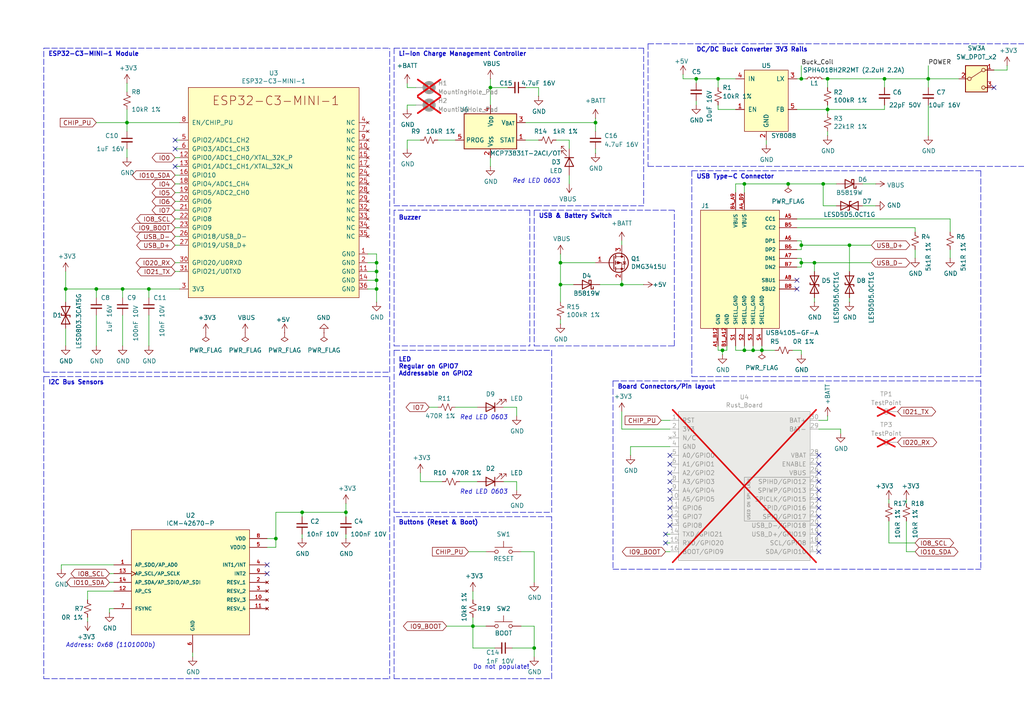
<source format=kicad_sch>
(kicad_sch (version 20231120) (generator "eeschema") (generator_version "8.0")
  (paper "A4")
  (title_block (date "2022-04-27") (rev "1.2a") (comment 1 "ESP32-C3 RC Plane"))
  (junction (at 180.34 82.55))
  (junction (at 109.22 76.2))
  (junction (at -19.05 127))
  (junction (at 232.41 76.2))
  (junction (at 43.18 83.82))
  (junction (at -59.69 24.13))
  (junction (at 27.94 83.82))
  (junction (at 38.1 -29.21))
  (junction (at 232.41 71.12))
  (junction (at 99.06 -45.72))
  (junction (at 48.26 -35.56))
  (junction (at 99.06 -35.56))
  (junction (at 246.38 71.12))
  (junction (at 240.03 31.75))
  (junction (at -36.83 147.32))
  (junction (at 232.41 22.86))
  (junction (at 80.01 156.21))
  (junction (at 99.06 -20.32))
  (junction (at 48.26 -45.72))
  (junction (at 218.44 101.6))
  (junction (at -30.48 68.58))
  (junction (at 162.56 76.2))
  (junction (at 228.6 53.34))
  (junction (at 269.24 22.86))
  (junction (at 91.44 -35.56))
  (junction (at 87.63 148.59))
  (junction (at -52.07 90.17))
  (junction (at -43.18 68.58))
  (junction (at 238.76 53.34))
  (junction (at 19.05 83.82))
  (junction (at 215.9 101.6))
  (junction (at 91.44 -45.72))
  (junction (at 109.22 78.74))
  (junction (at 215.9 53.34))
  (junction (at 256.54 22.86))
  (junction (at 88.9 -29.21))
  (junction (at 137.16 181.61))
  (junction (at 236.22 76.2))
  (junction (at 100.33 148.59))
  (junction (at -36.83 129.54))
  (junction (at 35.56 83.82))
  (junction (at 40.64 -35.56))
  (junction (at 220.98 101.6))
  (junction (at -50.8 68.58))
  (junction (at -62.23 44.45))
  (junction (at 154.94 187.96))
  (junction (at 142.24 25.4))
  (junction (at 109.22 81.28))
  (junction (at -29.21 114.3))
  (junction (at 36.83 35.56))
  (junction (at 201.93 22.86))
  (junction (at 109.22 83.82))
  (junction (at 240.03 22.86))
  (junction (at 209.55 101.6))
  (junction (at 162.56 82.55))
  (junction (at 48.26 -20.32))
  (junction (at 208.28 22.86))
  (junction (at 40.64 -45.72))
  (junction (at -21.59 24.13))
  (junction (at -62.23 24.13))
  (junction (at 172.72 35.56))
  (no_connect (at 193.04 157.48))
  (no_connect (at 194.31 144.78))
  (no_connect (at 194.31 149.86))
  (no_connect (at 50.8 48.26))
  (no_connect (at 194.31 152.4))
  (no_connect (at 77.47 166.37))
  (no_connect (at 231.14 81.28))
  (no_connect (at 237.49 147.32))
  (no_connect (at 288.29 25.4))
  (no_connect (at 237.49 160.02))
  (no_connect (at 237.49 139.7))
  (no_connect (at -72.39 38.1))
  (no_connect (at 194.31 132.08))
  (no_connect (at 237.49 157.48))
  (no_connect (at 194.31 137.16))
  (no_connect (at 237.49 137.16))
  (no_connect (at 237.49 152.4))
  (no_connect (at 193.04 154.94))
  (no_connect (at 50.8 40.64))
  (no_connect (at 194.31 142.24))
  (no_connect (at 237.49 132.08))
  (no_connect (at 237.49 134.62))
  (no_connect (at 50.8 43.18))
  (no_connect (at 237.49 144.78))
  (no_connect (at 237.49 149.86))
  (no_connect (at 194.31 134.62))
  (no_connect (at -38.1 134.62))
  (no_connect (at 237.49 142.24))
  (no_connect (at 231.14 83.82))
  (no_connect (at 194.31 139.7))
  (no_connect (at 237.49 154.94))
  (no_connect (at 194.31 147.32))
  (no_connect (at 77.47 163.83))
  (wire (pts (xy 50.8 45.72) (xy 52.07 45.72)))
  (wire (pts (xy -64.77 81.28) (xy -63.5 81.28)))
  (wire (pts (xy 215.9 53.34) (xy 228.6 53.34)))
  (polyline (pts (xy 12.7 13.97) (xy 113.03 13.97)) (stroke (width 0) (type dash)))
  (wire (pts (xy 118.11 25.4) (xy 120.65 25.4)))
  (wire (pts (xy 222.25 40.64) (xy 222.25 41.91)))
  (wire (pts (xy -88.9 134.62) (xy -73.66 134.62)))
  (wire (pts (xy 43.18 91.44) (xy 43.18 100.33)))
  (polyline (pts (xy 154.94 100.33) (xy 195.58 100.33)) (stroke (width 0) (type dash)))
  (wire (pts (xy 137.16 179.07) (xy 137.16 181.61)))
  (wire (pts (xy 236.22 87.63) (xy 236.22 86.36)))
  (polyline (pts (xy 12.7 107.95) (xy 113.03 107.95)) (stroke (width 0) (type dash)))
  (wire (pts (xy -43.18 74.93) (xy -43.18 76.2)))
  (wire (pts (xy 99.06 -39.37) (xy 99.06 -35.56)))
  (wire (pts (xy 208.28 22.86) (xy 213.36 22.86)))
  (wire (pts (xy 109.22 83.82) (xy 109.22 87.63)))
  (wire (pts (xy 165.1 50.8) (xy 165.1 53.34)))
  (wire (pts (xy 191.77 121.92) (xy 194.31 121.92)))
  (wire (pts (xy -64.77 27.94) (xy -64.77 24.13)))
  (wire (pts (xy -43.18 68.58) (xy -50.8 68.58)))
  (wire (pts (xy 162.56 76.2) (xy 162.56 82.55)))
  (wire (pts (xy -48.26 45.72) (xy -48.26 43.18)))
  (wire (pts (xy 50.8 76.2) (xy 52.07 76.2)))
  (wire (pts (xy 50.8 78.74) (xy 52.07 78.74)))
  (wire (pts (xy -29.21 113.03) (xy -29.21 114.3)))
  (wire (pts (xy 100.33 148.59) (xy 87.63 148.59)))
  (wire (pts (xy -53.34 71.12) (xy -53.34 68.58)))
  (wire (pts (xy 154.94 160.02) (xy 154.94 168.91)))
  (wire (pts (xy 229.87 101.6) (xy 232.41 101.6)))
  (wire (pts (xy 27.94 35.56) (xy 36.83 35.56)))
  (wire (pts (xy 109.22 76.2) (xy 109.22 78.74)))
  (wire (pts (xy 240.03 22.86) (xy 240.03 25.4)))
  (wire (pts (xy 100.33 146.05) (xy 100.33 148.59)))
  (wire (pts (xy 288.29 20.32) (xy 292.1 20.32)))
  (wire (pts (xy 201.93 22.86) (xy 208.28 22.86)))
  (wire (pts (xy 262.89 151.13) (xy 262.89 160.02)))
  (wire (pts (xy 228.6 -39.37) (xy 228.6 -36.83)))
  (wire (pts (xy 33.02 176.53) (xy 31.75 176.53)))
  (wire (pts (xy 137.16 171.45) (xy 137.16 173.99)))
  (wire (pts (xy 36.83 43.18) (xy 36.83 45.72)))
  (wire (pts (xy 106.68 78.74) (xy 109.22 78.74)))
  (wire (pts (xy 240.03 38.1) (xy 240.03 39.37)))
  (wire (pts (xy 106.68 83.82) (xy 109.22 83.82)))
  (wire (pts (xy 180.34 119.38) (xy 180.34 124.46)))
  (wire (pts (xy 50.8 53.34) (xy 52.07 53.34)))
  (polyline (pts (xy 200.66 49.53) (xy 284.48 49.53)) (stroke (width 0) (type dash)))
  (wire (pts (xy 100.33 154.94) (xy 100.33 156.21)))
  (wire (pts (xy 146.05 139.7) (xy 149.86 139.7)))
  (wire (pts (xy -38.1 147.32) (xy -36.83 147.32)))
  (wire (pts (xy 135.89 160.02) (xy 140.97 160.02)))
  (wire (pts (xy 215.9 100.33) (xy 215.9 101.6)))
  (wire (pts (xy 99.06 -45.72) (xy 99.06 -41.91)))
  (wire (pts (xy 48.26 -39.37) (xy 48.26 -35.56)))
  (wire (pts (xy -29.21 114.3) (xy -33.02 114.3)))
  (polyline (pts (xy 284.48 49.53) (xy 284.48 109.22)) (stroke (width 0) (type dash)))
  (wire (pts (xy 218.44 100.33) (xy 218.44 101.6)))
  (wire (pts (xy 162.56 82.55) (xy 162.56 87.63)))
  (wire (pts (xy 275.59 63.5) (xy 275.59 67.31)))
  (wire (pts (xy 121.92 139.7) (xy 128.27 139.7)))
  (wire (pts (xy 48.26 -35.56) (xy 48.26 -34.29)))
  (polyline (pts (xy 187.96 48.26) (xy 299.72 48.26)) (stroke (width 0) (type dash)))
  (wire (pts (xy 149.86 118.11) (xy 149.86 120.65)))
  (wire (pts (xy 118.11 24.13) (xy 118.11 25.4)))
  (wire (pts (xy 33.02 163.83) (xy 17.78 163.83)))
  (wire (pts (xy 33.02 171.45) (xy 25.4 171.45)))
  (polyline (pts (xy 113.03 109.22) (xy 113.03 196.85)) (stroke (width 0) (type dash)))
  (wire (pts (xy 232.41 76.2) (xy 236.22 76.2)))
  (wire (pts (xy 99.06 -24.13) (xy 99.06 -20.32)))
  (wire (pts (xy 208.28 31.75) (xy 213.36 31.75)))
  (wire (pts (xy 154.94 187.96) (xy 154.94 190.5)))
  (wire (pts (xy 35.56 -36.83) (xy 35.56 -35.56)))
  (wire (pts (xy 38.1 -21.59) (xy 38.1 -20.32)))
  (wire (pts (xy 215.9 101.6) (xy 218.44 101.6)))
  (wire (pts (xy -36.83 121.92) (xy -36.83 129.54)))
  (wire (pts (xy -30.48 66.04) (xy -30.48 68.58)))
  (wire (pts (xy -30.48 69.85) (xy -30.48 68.58)))
  (wire (pts (xy -62.23 44.45) (xy -62.23 45.72)))
  (wire (pts (xy 121.92 137.16) (xy 121.92 139.7)))
  (wire (pts (xy 269.24 22.86) (xy 269.24 25.4)))
  (wire (pts (xy -29.21 114.3) (xy -29.21 115.57)))
  (wire (pts (xy 19.05 83.82) (xy 19.05 87.63)))
  (wire (pts (xy 172.72 35.56) (xy 172.72 38.1)))
  (wire (pts (xy 50.8 71.12) (xy 52.07 71.12)))
  (wire (pts (xy 35.56 83.82) (xy 35.56 86.36)))
  (wire (pts (xy 142.24 25.4) (xy 147.32 25.4)))
  (wire (pts (xy 88.9 -21.59) (xy 88.9 -20.32)))
  (wire (pts (xy 180.34 124.46) (xy 194.31 124.46)))
  (wire (pts (xy 238.76 53.34) (xy 242.57 53.34)))
  (wire (pts (xy 242.57 59.69) (xy 238.76 59.69)))
  (wire (pts (xy 109.22 73.66) (xy 109.22 76.2)))
  (wire (pts (xy -63.5 44.45) (xy -62.23 44.45)))
  (wire (pts (xy -36.83 147.32) (xy -36.83 148.59)))
  (wire (pts (xy 236.22 78.74) (xy 236.22 76.2)))
  (wire (pts (xy -48.26 35.56) (xy -52.07 35.56)))
  (wire (pts (xy 91.44 -35.56) (xy 99.06 -35.56)))
  (wire (pts (xy 240.03 121.92) (xy 240.03 120.65)))
  (wire (pts (xy 50.8 48.26) (xy 52.07 48.26)))
  (wire (pts (xy -78.74 33.02) (xy -72.39 33.02)))
  (wire (pts (xy 148.59 187.96) (xy 154.94 187.96)))
  (wire (pts (xy 213.36 101.6) (xy 215.9 101.6)))
  (wire (pts (xy 220.98 101.6) (xy 220.98 100.33)))
  (wire (pts (xy 35.56 -45.72) (xy 40.64 -45.72)))
  (wire (pts (xy 48.26 -46.99) (xy 48.26 -45.72)))
  (wire (pts (xy 265.43 72.39) (xy 265.43 74.93)))
  (wire (pts (xy 218.44 101.6) (xy 220.98 101.6)))
  (wire (pts (xy 237.49 124.46) (xy 243.84 124.46)))
  (wire (pts (xy 99.06 -46.99) (xy 99.06 -45.72)))
  (wire (pts (xy 86.36 -44.45) (xy 86.36 -45.72)))
  (wire (pts (xy 137.16 187.96) (xy 143.51 187.96)))
  (wire (pts (xy -30.48 68.58) (xy -43.18 68.58)))
  (wire (pts (xy 27.94 83.82) (xy 19.05 83.82)))
  (wire (pts (xy 232.41 72.39) (xy 231.14 72.39)))
  (wire (pts (xy 269.24 22.86) (xy 278.13 22.86)))
  (wire (pts (xy 232.41 74.93) (xy 232.41 76.2)))
  (wire (pts (xy 180.34 71.12) (xy 180.34 69.85)))
  (wire (pts (xy 50.8 43.18) (xy 52.07 43.18)))
  (wire (pts (xy -36.83 44.45) (xy -36.83 43.18)))
  (polyline (pts (xy 187.96 12.7) (xy 299.72 12.7)) (stroke (width 0) (type dash)))
  (wire (pts (xy -52.07 90.17) (xy -52.07 91.44)))
  (wire (pts (xy 100.33 149.86) (xy 100.33 148.59)))
  (wire (pts (xy -36.83 129.54) (xy -36.83 147.32)))
  (wire (pts (xy 142.24 48.26) (xy 142.24 45.72)))
  (wire (pts (xy -62.23 44.45) (xy -60.96 44.45)))
  (wire (pts (xy 180.34 82.55) (xy 186.69 82.55)))
  (wire (pts (xy 232.41 22.86) (xy 233.68 22.86)))
  (wire (pts (xy 172.72 34.29) (xy 172.72 35.56)))
  (wire (pts (xy 87.63 148.59) (xy 80.01 148.59)))
  (wire (pts (xy 236.22 76.2) (xy 252.73 76.2)))
  (polyline (pts (xy 177.8 110.49) (xy 284.48 110.49)) (stroke (width 0) (type dash)))
  (wire (pts (xy 127 40.64) (xy 132.08 40.64)))
  (wire (pts (xy 193.04 160.02) (xy 194.31 160.02)))
  (wire (pts (xy -43.18 69.85) (xy -43.18 68.58)))
  (wire (pts (xy 215.9 53.34) (xy 215.9 55.88)))
  (wire (pts (xy 269.24 30.48) (xy 269.24 39.37)))
  (wire (pts (xy -64.77 78.74) (xy -63.5 78.74)))
  (polyline (pts (xy 160.02 196.85) (xy 160.02 149.86)) (stroke (width 0) (type dash)))
  (polyline (pts (xy 12.7 107.95) (xy 12.7 13.97)) (stroke (width 0) (type dash)))
  (wire (pts (xy 156.21 25.4) (xy 156.21 27.94)))
  (wire (pts (xy 208.28 101.6) (xy 209.55 101.6)))
  (wire (pts (xy 88.9 -29.21) (xy 91.44 -29.21)))
  (wire (pts (xy 142.24 22.86) (xy 142.24 25.4)))
  (polyline (pts (xy 12.7 109.22) (xy 113.03 109.22)) (stroke (width 0) (type dash)))
  (wire (pts (xy -74.93 137.16) (xy -73.66 137.16)))
  (wire (pts (xy 91.44 -45.72) (xy 99.06 -45.72)))
  (wire (pts (xy 193.04 154.94) (xy 194.31 154.94)))
  (polyline (pts (xy 195.58 100.33) (xy 195.58 60.96)) (stroke (width 0) (type dash)))
  (wire (pts (xy 43.18 86.36) (xy 43.18 83.82)))
  (polyline (pts (xy 177.8 165.1) (xy 284.48 165.1)) (stroke (width 0) (type dash)))
  (wire (pts (xy 109.22 78.74) (xy 109.22 81.28)))
  (polyline (pts (xy 177.8 110.49) (xy 177.8 165.1)) (stroke (width 0) (type dash)))
  (wire (pts (xy 238.76 59.69) (xy 238.76 53.34)))
  (wire (pts (xy -19.05 127) (xy -19.05 128.27)))
  (wire (pts (xy -78.74 35.56) (xy -72.39 35.56)))
  (wire (pts (xy 161.29 40.64) (xy 165.1 40.64)))
  (wire (pts (xy -60.96 44.45) (xy -60.96 43.18)))
  (wire (pts (xy -82.55 83.82) (xy -82.55 80.01)))
  (wire (pts (xy 256.54 30.48) (xy 256.54 31.75)))
  (wire (pts (xy 231.14 74.93) (xy 232.41 74.93)))
  (wire (pts (xy 43.18 83.82) (xy 35.56 83.82)))
  (wire (pts (xy 246.38 71.12) (xy 252.73 71.12)))
  (polyline (pts (xy 187.96 12.7) (xy 187.96 48.26)) (stroke (width 0) (type dash)))
  (wire (pts (xy 231.14 31.75) (xy 240.03 31.75)))
  (wire (pts (xy -30.48 74.93) (xy -30.48 76.2)))
  (wire (pts (xy 77.47 158.75) (xy 80.01 158.75)))
  (wire (pts (xy 198.12 22.86) (xy 201.93 22.86)))
  (polyline (pts (xy 114.3 13.97) (xy 114.3 59.69)) (stroke (width 0) (type dash)))
  (wire (pts (xy 86.36 -45.72) (xy 91.44 -45.72)))
  (wire (pts (xy -50.8 45.72) (xy -48.26 45.72)))
  (wire (pts (xy 91.44 -35.56) (xy 91.44 -38.1)))
  (polyline (pts (xy 114.3 13.97) (xy 186.69 13.97)) (stroke (width 0) (type dash)))
  (wire (pts (xy -62.23 24.13) (xy -62.23 27.94)))
  (polyline (pts (xy 114.3 101.6) (xy 114.3 148.59)) (stroke (width 0) (type dash)))
  (wire (pts (xy 180.34 81.28) (xy 180.34 82.55)))
  (wire (pts (xy 210.82 101.6) (xy 210.82 100.33)))
  (wire (pts (xy 228.6 -24.13) (xy 228.6 -19.05)))
  (wire (pts (xy 275.59 72.39) (xy 275.59 74.93)))
  (wire (pts (xy 35.56 -35.56) (xy 40.64 -35.56)))
  (wire (pts (xy 162.56 73.66) (xy 162.56 76.2)))
  (wire (pts (xy 36.83 35.56) (xy 52.07 35.56)))
  (wire (pts (xy 201.93 22.86) (xy 201.93 24.13)))
  (wire (pts (xy 50.8 63.5) (xy 52.07 63.5)))
  (wire (pts (xy -52.07 33.02) (xy -36.83 33.02)))
  (wire (pts (xy 292.1 19.05) (xy 292.1 20.32)))
  (wire (pts (xy 124.46 118.11) (xy 127 118.11)))
  (wire (pts (xy -33.02 114.3) (xy -33.02 124.46)))
  (wire (pts (xy 151.13 160.02) (xy 154.94 160.02)))
  (wire (pts (xy -33.02 124.46) (xy -38.1 124.46)))
  (wire (pts (xy -74.93 142.24) (xy -73.66 142.24)))
  (wire (pts (xy 228.6 -16.51) (xy 228.6 -13.97)))
  (wire (pts (xy 38.1 -29.21) (xy 40.64 -29.21)))
  (wire (pts (xy 231.14 69.85) (xy 232.41 69.85)))
  (wire (pts (xy 262.89 144.78) (xy 262.89 146.05)))
  (wire (pts (xy -19.05 125.73) (xy -19.05 127)))
  (wire (pts (xy 213.36 53.34) (xy 215.9 53.34)))
  (wire (pts (xy 133.35 139.7) (xy 138.43 139.7)))
  (wire (pts (xy -64.77 81.28) (xy -64.77 91.44)))
  (wire (pts (xy 201.93 29.21) (xy 201.93 30.48)))
  (wire (pts (xy 240.03 22.86) (xy 256.54 22.86)))
  (wire (pts (xy 50.8 50.8) (xy 52.07 50.8)))
  (wire (pts (xy 232.41 71.12) (xy 246.38 71.12)))
  (wire (pts (xy 149.86 139.7) (xy 149.86 142.24)))
  (wire (pts (xy 213.36 53.34) (xy 213.36 55.88)))
  (polyline (pts (xy 195.58 60.96) (xy 154.94 60.96)) (stroke (width 0) (type dash)))
  (wire (pts (xy 55.88 189.23) (xy 55.88 190.5)))
  (wire (pts (xy -63.5 43.18) (xy -63.5 44.45)))
  (polyline (pts (xy 299.72 12.7) (xy 299.72 48.26)) (stroke (width 0) (type dash)))
  (wire (pts (xy -53.34 88.9) (xy -53.34 90.17)))
  (polyline (pts (xy 12.7 196.85) (xy 113.03 196.85)) (stroke (width 0) (type dash)))
  (wire (pts (xy 228.6 -19.05) (xy 236.22 -19.05)))
  (wire (pts (xy 209.55 101.6) (xy 210.82 101.6)))
  (wire (pts (xy 86.36 -36.83) (xy 86.36 -35.56)))
  (wire (pts (xy 209.55 101.6) (xy 209.55 102.87)))
  (wire (pts (xy -63.5 83.82) (xy -82.55 83.82)))
  (wire (pts (xy 36.83 24.13) (xy 36.83 26.67)))
  (wire (pts (xy 165.1 40.64) (xy 165.1 43.18)))
  (wire (pts (xy 48.26 -24.13) (xy 48.26 -20.32)))
  (wire (pts (xy -50.8 68.58) (xy -50.8 71.12)))
  (polyline (pts (xy 284.48 110.49) (xy 284.48 165.1)) (stroke (width 0) (type dash)))
  (wire (pts (xy -53.34 68.58) (xy -50.8 68.58)))
  (wire (pts (xy 166.37 82.55) (xy 162.56 82.55)))
  (wire (pts (xy 240.03 30.48) (xy 240.03 31.75)))
  (wire (pts (xy 31.75 166.37) (xy 33.02 166.37)))
  (wire (pts (xy 250.19 53.34) (xy 254 53.34)))
  (polyline (pts (xy 114.3 149.86) (xy 114.3 196.85)) (stroke (width 0) (type dash)))
  (wire (pts (xy 220.98 101.6) (xy 224.79 101.6)))
  (wire (pts (xy 208.28 100.33) (xy 208.28 101.6)))
  (polyline (pts (xy 113.03 107.95) (xy 113.03 13.97)) (stroke (width 0) (type dash)))
  (wire (pts (xy 152.4 25.4) (xy 156.21 25.4)))
  (polyline (pts (xy 200.66 49.53) (xy 200.66 109.22)) (stroke (width 0) (type dash)))
  (wire (pts (xy 257.81 144.78) (xy 257.81 146.05)))
  (wire (pts (xy 38.1 -20.32) (xy 48.26 -20.32)))
  (wire (pts (xy 256.54 31.75) (xy 240.03 31.75)))
  (wire (pts (xy 40.64 -35.56) (xy 48.26 -35.56)))
  (wire (pts (xy 106.68 81.28) (xy 109.22 81.28)))
  (wire (pts (xy -82.55 72.39) (xy -82.55 74.93)))
  (wire (pts (xy 182.88 129.54) (xy 194.31 129.54)))
  (polyline (pts (xy 186.69 13.97) (xy 186.69 59.69)) (stroke (width 0) (type dash)))
  (wire (pts (xy 256.54 22.86) (xy 256.54 25.4)))
  (polyline (pts (xy 153.67 60.96) (xy 153.67 100.33)) (stroke (width 0) (type dash)))
  (wire (pts (xy -59.69 24.13) (xy -59.69 27.94)))
  (wire (pts (xy -62.23 24.13) (xy -59.69 24.13)))
  (wire (pts (xy 232.41 76.2) (xy 232.41 77.47)))
  (wire (pts (xy 208.28 25.4) (xy 208.28 22.86)))
  (wire (pts (xy 243.84 125.73) (xy 243.84 124.46)))
  (polyline (pts (xy 114.3 196.85) (xy 160.02 196.85)) (stroke (width 0) (type dash)))
  (wire (pts (xy 151.13 181.61) (xy 154.94 181.61)))
  (wire (pts (xy 240.03 31.75) (xy 240.03 33.02)))
  (wire (pts (xy 86.36 -29.21) (xy 88.9 -29.21)))
  (wire (pts (xy 146.05 118.11) (xy 149.86 118.11)))
  (wire (pts (xy 231.14 22.86) (xy 232.41 22.86)))
  (wire (pts (xy -48.26 38.1) (xy -48.26 35.56)))
  (wire (pts (xy 50.8 66.04) (xy 52.07 66.04)))
  (wire (pts (xy 48.26 -45.72) (xy 48.26 -41.91)))
  (wire (pts (xy 38.1 -29.21) (xy 38.1 -26.67)))
  (wire (pts (xy 88.9 -20.32) (xy 99.06 -20.32)))
  (wire (pts (xy 36.83 35.56) (xy 36.83 38.1)))
  (wire (pts (xy 228.6 -16.51) (xy 236.22 -16.51)))
  (polyline (pts (xy 153.67 60.96) (xy 114.3 60.96)) (stroke (width 0) (type dash)))
  (wire (pts (xy -21.59 24.13) (xy -21.59 38.1)))
  (wire (pts (xy 232.41 69.85) (xy 232.41 71.12)))
  (wire (pts (xy 250.19 59.69) (xy 254 59.69)))
  (wire (pts (xy 31.75 168.91) (xy 33.02 168.91)))
  (polyline (pts (xy 114.3 101.6) (xy 160.02 101.6)) (stroke (width 0) (type dash)))
  (wire (pts (xy 99.06 -35.56) (xy 99.06 -34.29)))
  (wire (pts (xy 269.24 19.05) (xy 269.24 22.86)))
  (wire (pts (xy 40.64 -45.72) (xy 48.26 -45.72)))
  (wire (pts (xy -52.07 38.1) (xy -50.8 38.1)))
  (polyline (pts (xy 12.7 109.22) (xy 12.7 196.85)) (stroke (width 0) (type dash)))
  (wire (pts (xy 80.01 148.59) (xy 80.01 156.21)))
  (wire (pts (xy -38.1 121.92) (xy -36.83 121.92)))
  (wire (pts (xy 132.08 118.11) (xy 138.43 118.11)))
  (wire (pts (xy 256.54 22.86) (xy 269.24 22.86)))
  (wire (pts (xy 35.56 -44.45) (xy 35.56 -45.72)))
  (wire (pts (xy 50.8 40.64) (xy 52.07 40.64)))
  (wire (pts (xy 91.44 -45.72) (xy 91.44 -43.18)))
  (wire (pts (xy 40.64 -45.72) (xy 40.64 -43.18)))
  (wire (pts (xy 142.24 25.4) (xy 142.24 30.48)))
  (wire (pts (xy 120.65 30.48) (xy 118.11 30.48)))
  (wire (pts (xy 154.94 181.61) (xy 154.94 187.96)))
  (polyline (pts (xy 114.3 100.33) (xy 153.67 100.33)) (stroke (width 0) (type dash)))
  (wire (pts (xy 137.16 187.96) (xy 137.16 181.61)))
  (wire (pts (xy 172.72 44.45) (xy 172.72 43.18)))
  (wire (pts (xy 232.41 19.05) (xy 232.41 22.86)))
  (wire (pts (xy 228.6 -39.37) (xy 236.22 -39.37)))
  (wire (pts (xy 238.76 22.86) (xy 240.03 22.86)))
  (wire (pts (xy 237.49 121.92) (xy 240.03 121.92)))
  (wire (pts (xy 232.41 101.6) (xy 232.41 102.87)))
  (wire (pts (xy 31.75 176.53) (xy 31.75 177.8)))
  (wire (pts (xy -59.69 24.13) (xy -21.59 24.13)))
  (wire (pts (xy 106.68 76.2) (xy 109.22 76.2)))
  (wire (pts (xy 35.56 -29.21) (xy 38.1 -29.21)))
  (wire (pts (xy 228.6 53.34) (xy 238.76 53.34)))
  (wire (pts (xy -21.59 22.86) (xy -21.59 24.13)))
  (wire (pts (xy 118.11 30.48) (xy 118.11 31.75)))
  (wire (pts (xy 25.4 171.45) (xy 25.4 173.99)))
  (wire (pts (xy 193.04 157.48) (xy 194.31 157.48)))
  (wire (pts (xy 246.38 78.74) (xy 246.38 71.12)))
  (wire (pts (xy 129.54 181.61) (xy 137.16 181.61)))
  (wire (pts (xy 228.6 -41.91) (xy 236.22 -41.91)))
  (wire (pts (xy 162.56 93.98) (xy 162.56 92.71)))
  (wire (pts (xy 25.4 180.34) (xy 25.4 179.07)))
  (wire (pts (xy 231.14 63.5) (xy 275.59 63.5)))
  (wire (pts (xy 213.36 100.33) (xy 213.36 101.6)))
  (wire (pts (xy -64.77 24.13) (xy -62.23 24.13)))
  (wire (pts (xy 232.41 77.47) (xy 231.14 77.47)))
  (wire (pts (xy 121.92 40.64) (xy 118.11 40.64)))
  (wire (pts (xy 173.99 82.55) (xy 180.34 82.55)))
  (wire (pts (xy -53.34 90.17) (xy -52.07 90.17)))
  (wire (pts (xy 246.38 87.63) (xy 246.38 86.36)))
  (wire (pts (xy 40.64 -35.56) (xy 40.64 -38.1)))
  (wire (pts (xy 50.8 68.58) (xy 52.07 68.58)))
  (wire (pts (xy 86.36 -35.56) (xy 91.44 -35.56)))
  (wire (pts (xy -36.83 33.02) (xy -36.83 38.1)))
  (wire (pts (xy -50.8 90.17) (xy -50.8 88.9)))
  (wire (pts (xy 88.9 -29.21) (xy 88.9 -26.67)))
  (wire (pts (xy 137.16 181.61) (xy 140.97 181.61)))
  (wire (pts (xy 152.4 35.56) (xy 172.72 35.56)))
  (wire (pts (xy 118.11 40.64) (xy 118.11 43.18)))
  (wire (pts (xy 262.89 160.02) (xy 265.43 160.02)))
  (wire (pts (xy 43.18 83.82) (xy 52.07 83.82)))
  (wire (pts (xy 77.47 156.21) (xy 80.01 156.21)))
  (wire (pts (xy 50.8 60.96) (xy 52.07 60.96)))
  (wire (pts (xy -38.1 129.54) (xy -36.83 129.54)))
  (polyline (pts (xy 154.94 60.96) (xy 154.94 100.33)) (stroke (width 0) (type dash)))
  (wire (pts (xy -88.9 146.05) (xy -88.9 134.62)))
  (wire (pts (xy 172.72 76.2) (xy 162.56 76.2)))
  (wire (pts (xy -50.8 38.1) (xy -50.8 45.72)))
  (wire (pts (xy -38.1 127) (xy -19.05 127)))
  (polyline (pts (xy 114.3 60.96) (xy 114.3 100.33)) (stroke (width 0) (type dash)))
  (wire (pts (xy 48.26 -20.32) (xy 48.26 -19.05)))
  (wire (pts (xy 27.94 83.82) (xy 35.56 83.82)))
  (wire (pts (xy 19.05 95.25) (xy 19.05 100.33)))
  (wire (pts (xy 257.81 151.13) (xy 257.81 157.48)))
  (wire (pts (xy 80.01 158.75) (xy 80.01 156.21)))
  (wire (pts (xy 99.06 -20.32) (xy 99.06 -19.05)))
  (wire (pts (xy -64.77 76.2) (xy -63.5 76.2)))
  (wire (pts (xy 265.43 66.04) (xy 265.43 67.31)))
  (wire (pts (xy 208.28 30.48) (xy 208.28 31.75)))
  (wire (pts (xy -52.07 90.17) (xy -50.8 90.17)))
  (wire (pts (xy 19.05 78.74) (xy 19.05 83.82)))
  (wire (pts (xy 109.22 81.28) (xy 109.22 83.82)))
  (wire (pts (xy 228.6 -46.99) (xy 228.6 -41.91)))
  (wire (pts (xy 36.83 35.56) (xy 36.83 31.75)))
  (wire (pts (xy 27.94 100.33) (xy 27.94 91.44)))
  (wire (pts (xy 27.94 86.36) (xy 27.94 83.82)))
  (wire (pts (xy 257.81 157.48) (xy 265.43 157.48)))
  (wire (pts (xy 87.63 149.86) (xy 87.63 148.59)))
  (wire (pts (xy 198.12 21.59) (xy 198.12 22.86)))
  (wire (pts (xy 232.41 71.12) (xy 232.41 72.39)))
  (wire (pts (xy 87.63 154.94) (xy 87.63 156.21)))
  (wire (pts (xy 50.8 55.88) (xy 52.07 55.88)))
  (wire (pts (xy 106.68 73.66) (xy 109.22 73.66)))
  (polyline (pts (xy 160.02 149.86) (xy 114.3 149.86)) (stroke (width 0) (type dash)))
  (wire (pts (xy 50.8 58.42) (xy 52.07 58.42)))
  (wire (pts (xy 182.88 129.54) (xy 182.88 132.08)))
  (wire (pts (xy 17.78 163.83) (xy 17.78 165.1)))
  (polyline (pts (xy 200.66 109.22) (xy 284.48 109.22)) (stroke (width 0) (type dash)))
  (wire (pts (xy 231.14 66.04) (xy 265.43 66.04)))
  (polyline (pts (xy 114.3 59.69) (xy 186.69 59.69)) (stroke (width 0) (type dash)))
  (wire (pts (xy 35.56 91.44) (xy 35.56 100.33)))
  (wire (pts (xy 152.4 40.64) (xy 156.21 40.64)))
  (polyline (pts (xy 114.3 148.59) (xy 160.02 148.59)) (stroke (width 0) (type dash)))
  (polyline (pts (xy 160.02 101.6) (xy 160.02 148.59)) (stroke (width 0) (type dash)))
  (wire (pts (xy -21.59 43.18) (xy -21.59 44.45)))
  (text "USB Type-C Connector" (at 201.93 52.07 0) (effects (font (size 1.27 1.27) (thickness 0.254) (bold yes)) (justify left bottom)))
  (text "Do not populate!" (at 137.16 194.31 0) (effects (font (size 1.27 1.27)) (justify left bottom)))
  (text "Buttons (Reset & Boot)" (at 115.57 152.4 0) (effects (font (size 1.27 1.27) (thickness 0.254) (bold yes)) (justify left bottom)))
  (text "Red LED 0603" (at 148.59 53.34 0) (effects (font (size 1.27 1.27) (italic yes)) (justify left bottom)))
  (text "Address: 0x76 (1001100b)" (at -68.072 101.854 0) (effects (font (size 1.27 1.27) (italic yes)) (justify left bottom)))
  (text "Buzzer" (at 115.57 64.008 0) (effects (font (size 1.27 1.27) (thickness 0.254) (bold yes)) (justify left bottom)))
  (text "DC/DC Buck Converter 3V3 Rails" (at 201.93 15.24 0) (effects (font (size 1.27 1.27) (thickness 0.254) (bold yes)) (justify left bottom)))
  (text "Red LED 0603" (at 133.35 143.51 0) (effects (font (size 1.27 1.27) (italic yes)) (justify left bottom)))
  (text "USB & Battery Switch" (at 156.21 63.5 0) (effects (font (size 1.27 1.27) (thickness 0.254) (bold yes)) (justify left bottom)))
  (text "Red LED 0603" (at 133.35 121.92 0) (effects (font (size 1.27 1.27) (italic yes)) (justify left bottom)))
  (text "Board Connectors/Pin layout" (at 179.07 113.03 0) (effects (font (size 1.27 1.27) (thickness 0.254) (bold yes)) (justify left bottom)))
  (text "Address: 0x36 (00110110b)" (at -69.342 153.416 0) (effects (font (size 1.27 1.27) (italic yes)) (justify left bottom)))
  (text "Address: 0x0d (0001101b)" (at -74.676 54.356 0) (effects (font (size 1.27 1.27) (italic yes)) (justify left bottom)))
  (text "LED\nRegular on GPIO7\nAddressable on GPIO2" (at 115.57 109.22 0) (effects (font (size 1.27 1.27) (thickness 0.254) (bold yes)) (justify left bottom)))
  (text "Address: 0x68 (1101000b)" (at 19.05 187.96 0) (effects (font (size 1.27 1.27) (italic yes)) (justify left bottom)))
  (text "ESP32-C3-MINI-1 Module" (at 13.97 16.51 0) (effects (font (size 1.27 1.27) (thickness 0.254) (bold yes)) (justify left bottom)))
  (text "Li-Ion Charge Management Controller" (at 115.57 16.51 0) (effects (font (size 1.27 1.27) (thickness 0.254) (bold yes)) (justify left bottom)))
  (text "I2C Bus Sensors" (at 13.97 111.76 0) (effects (font (size 1.27 1.27) (thickness 0.254) (bold yes)) (justify left bottom)))
  (label "POWER" (at 269.24 19.05 0))
  (label "Buck_Coil" (at 232.41 19.05 0))
  (global_label "IO8_SCL" (shape bidirectional) (at 50.8 63.5 180) (property "Intersheetrefs" "${INTERSHEET_REFS}" (effects (hide yes))))
  (global_label "IO8_SCL" (shape bidirectional) (at -74.93 137.16 180) (property "Intersheetrefs" "${INTERSHEET_REFS}" (effects (hide yes))))
  (global_label "IO10_SDA" (shape bidirectional) (at -74.93 142.24 180) (property "Intersheetrefs" "${INTERSHEET_REFS}" (effects (hide yes))))
  (global_label "USB_D-" (shape bidirectional) (at 50.8 68.58 180) (property "Intersheetrefs" "${INTERSHEET_REFS}" (effects (hide yes))))
  (global_label "IO10_SDA" (shape bidirectional) (at -64.77 78.74 180) (property "Intersheetrefs" "${INTERSHEET_REFS}" (effects (hide yes))))
  (global_label "IO8_SCL" (shape bidirectional) (at -78.74 33.02 180) (property "Intersheetrefs" "${INTERSHEET_REFS}" (effects (hide yes))))
  (global_label "USB_D-" (shape bidirectional) (at 252.73 76.2 0) (property "Intersheetrefs" "${INTERSHEET_REFS}" (effects (hide yes))))
  (global_label "IO5" (shape bidirectional) (at 50.8 55.88 180) (property "Intersheetrefs" "${INTERSHEET_REFS}" (effects (hide yes))))
  (global_label "IO8_SCL" (shape bidirectional) (at -64.77 76.2 180) (property "Intersheetrefs" "${INTERSHEET_REFS}" (effects (hide yes))))
  (global_label "CHIP_PU" (shape input) (at 135.89 160.02 180) (property "Intersheetrefs" "${INTERSHEET_REFS}" (effects (hide yes))))
  (global_label "IO20_RX" (shape bidirectional) (at 50.8 76.2 180) (property "Intersheetrefs" "${INTERSHEET_REFS}" (effects (hide yes))))
  (global_label "IO20_RX" (shape bidirectional) (at 260.35 128.27 0) (property "Intersheetrefs" "${INTERSHEET_REFS}" (effects (hide yes))))
  (global_label "IO8_SCL" (shape bidirectional) (at 31.75 166.37 180) (property "Intersheetrefs" "${INTERSHEET_REFS}" (effects (hide yes))))
  (global_label "IO8_SCL" (shape bidirectional) (at 265.43 157.48 0) (property "Intersheetrefs" "${INTERSHEET_REFS}" (effects (hide yes))))
  (global_label "IO7" (shape bidirectional) (at 50.8 60.96 180) (property "Intersheetrefs" "${INTERSHEET_REFS}" (effects (hide yes))))
  (global_label "IO9_BOOT" (shape bidirectional) (at 129.54 181.61 180) (property "Intersheetrefs" "${INTERSHEET_REFS}" (effects (hide yes))))
  (global_label "CHIP_PU" (shape input) (at 191.77 121.92 180) (property "Intersheetrefs" "${INTERSHEET_REFS}" (effects (hide yes))))
  (global_label "IO10_SDA" (shape bidirectional) (at 31.75 168.91 180) (property "Intersheetrefs" "${INTERSHEET_REFS}" (effects (hide yes))))
  (global_label "IO6" (shape bidirectional) (at 50.8 58.42 180) (property "Intersheetrefs" "${INTERSHEET_REFS}" (effects (hide yes))))
  (global_label "IO7" (shape bidirectional) (at 124.46 118.11 180) (property "Intersheetrefs" "${INTERSHEET_REFS}" (effects (hide yes))))
  (global_label "IO9_BOOT" (shape bidirectional) (at 50.8 66.04 180) (property "Intersheetrefs" "${INTERSHEET_REFS}" (effects (hide yes))))
  (global_label "USB_D+" (shape bidirectional) (at 252.73 71.12 0) (property "Intersheetrefs" "${INTERSHEET_REFS}" (effects (hide yes))))
  (global_label "USB_D+" (shape bidirectional) (at 50.8 71.12 180) (property "Intersheetrefs" "${INTERSHEET_REFS}" (effects (hide yes))))
  (global_label "IO4" (shape bidirectional) (at 50.8 53.34 180) (property "Intersheetrefs" "${INTERSHEET_REFS}" (effects (hide yes))))
  (global_label "IO0" (shape bidirectional) (at 50.8 45.72 180) (property "Intersheetrefs" "${INTERSHEET_REFS}" (effects (hide yes))))
  (global_label "IO10_SDA" (shape bidirectional) (at -78.74 35.56 180) (property "Intersheetrefs" "${INTERSHEET_REFS}" (effects (hide yes))))
  (global_label "IO9_BOOT" (shape bidirectional) (at 193.04 160.02 180) (property "Intersheetrefs" "${INTERSHEET_REFS}" (effects (hide yes))))
  (global_label "IO4" (shape bidirectional) (at 30.48 -29.21 180) (property "Intersheetrefs" "${INTERSHEET_REFS}" (effects (hide yes))))
  (global_label "IO21_TX" (shape bidirectional) (at 260.35 119.38 0) (property "Intersheetrefs" "${INTERSHEET_REFS}" (effects (hide yes))))
  (global_label "IO10_SDA" (shape bidirectional) (at 50.8 50.8 180) (property "Intersheetrefs" "${INTERSHEET_REFS}" (effects (hide yes))))
  (global_label "IO0" (shape bidirectional) (at 236.22 -44.45 180) (property "Intersheetrefs" "${INTERSHEET_REFS}" (effects (hide yes))))
  (global_label "CHIP_PU" (shape input) (at 27.94 35.56 180) (property "Intersheetrefs" "${INTERSHEET_REFS}" (effects (hide yes))))
  (global_label "IO10_SDA" (shape bidirectional) (at 265.43 160.02 0) (property "Intersheetrefs" "${INTERSHEET_REFS}" (effects (hide yes))))
  (global_label "IO6" (shape bidirectional) (at 236.22 -21.59 180) (property "Intersheetrefs" "${INTERSHEET_REFS}" (effects (hide yes))))
  (global_label "IO21_TX" (shape bidirectional) (at 50.8 78.74 180) (property "Intersheetrefs" "${INTERSHEET_REFS}" (effects (hide yes))))
  (global_label "IO5" (shape bidirectional) (at 81.28 -29.21 180) (property "Intersheetrefs" "${INTERSHEET_REFS}" (effects (hide yes))))
  (symbol (lib_id "Rust_Board:Rust_Board") (at 215.9 140.97 0) (unit 1) (in_bom no) (dnp yes)
    (property "Reference" "U4" (at 215.9 115.189 0))
    (property "Value" "Rust_Board" (at 215.9 117.5004 0))
    (property "Footprint" "Rust_Board:Rust_Board" (effects (hide yes)))
  )
  (symbol (lib_id "Rust_Board:ICM-42670-P") (at 55.88 168.91 0) (unit 1)
    (property "Reference" "U2" (at 55.245 149.479 0))
    (property "Value" "ICM-42670-P" (at 55.245 151.7904 0))
    (property "Footprint" "Package_LGA:LGA-14_3x2.5mm_P0.5mm_LayoutBorder3x4y" (effects (hide yes)))
    (property "MAXIMUM_PACKAGE_HEIGHT" "0.81mm" (effects (hide yes)))
    (property "MANUFACTURER" "TDK InvenSense" (effects (hide yes)))
    (property "PARTREV" "1.0" (effects (hide yes)))
    (property "STANDARD" "Manufacturer Recommendations" (effects (hide yes)))
    (property "LCSC" "C3288646" (effects (hide yes)))
  )
  (symbol (lib_id "Rust_Board:SY8088") (at 222.25 29.21 0) (unit 1)
    (property "Reference" "U5" (at 222.25 19.05 0))
    (property "Value" "SY8088" (at 227.33 39.37 0))
    (property "Footprint" "Package_TO_SOT_SMD:SOT-23-5" (effects (hide yes)))
    (property "LCSC" "C479072" (effects (hide yes)))
  )
  (symbol (lib_id "Rust_Board:USB4105-GF-A") (at 214.63 77.47 0) (unit 1)
    (property "Reference" "J1" (at 205.74 59.69 0) (effects (justify right)))
    (property "Value" "USB4105-GF-A" (at 237.49 96.52 0) (effects (justify right)))
    (property "Footprint" "Rust_Board:GCT_USB4105-GF-A" (effects (hide yes)))
    (property "PARTREV" "A3" (effects (hide yes)))
    (property "STANDARD" "Manufacturer Recommendations" (effects (hide yes)))
    (property "MAXIMUM_PACKAGE_HEIGHT" "3.31 mm" (effects (hide yes)))
    (property "MANUFACTURER" "GCT" (effects (hide yes)))
    (property "LCSC" "C165948" (effects (hide yes)))
  )
  (symbol (lib_id "Rust_Board:ESP32-C3-MINI-1") (at 78.74 57.15 0) (unit 1)
    (property "Reference" "U3" (at 79.375 21.209 0))
    (property "Value" "ESP32-C3-MINI-1" (at 79.375 23.5204 0))
    (property "Footprint" "Rust_Board:ESP32-C3-MINI-1" (effects (hide yes)))
    (property "Datasheet" "https://www.espressif.com/sites/default/files/documentation/esp32-c3-mini-1_datasheet_en.pdf" (effects (hide yes)))
    (property "LCSC" "C2838502" (effects (hide yes)))
  )
  (symbol (lib_id "power:GND") (at 222.25 41.91 0) (unit 1)
    (property "Reference" "#PWR0101" (effects (hide yes)))
    (property "Value" "GND" (at 222.377 46.3042 0))
    (property "Description" "Power symbol creates a global label with name \"GND\" , ground" (effects (hide yes)))
  )
  (symbol (lib_id "Device:C_Small") (at 201.93 26.67 0) (unit 1)
    (property "Reference" "C5" (at 200.66 20.828 0) (effects (justify left)))
    (property "Value" "10uF 16V" (at 205.74 35.56 90) (effects (justify left)))
    (property "Footprint" "Capacitor_SMD:C_0805_2012Metric" (effects (hide yes)))
    (property "LCSC" "C15850" (effects (hide yes)))
  )
  (symbol (lib_id "Device:C_Small") (at 256.54 27.94 0) (unit 1)
    (property "Reference" "C6" (at 258.8768 26.7716 0) (effects (justify left)))
    (property "Value" "22pF 50V" (at 257.81 30.48 0) (effects (justify left)))
    (property "Footprint" "Capacitor_SMD:C_0603_1608Metric" (effects (hide yes)))
    (property "LCSC" "C1653" (effects (hide yes)))
  )
  (symbol (lib_id "Device:C_Small") (at 269.24 27.94 0) (unit 1)
    (property "Reference" "C7" (at 271.5768 26.7716 0) (effects (justify left)))
    (property "Value" "10uF 16V" (at 269.24 30.48 0) (effects (justify left)))
    (property "Footprint" "Capacitor_SMD:C_0805_2012Metric" (effects (hide yes)))
    (property "LCSC" "C15850" (effects (hide yes)))
  )
  (symbol (lib_id "Device:R_Small_US") (at 240.03 27.94 0) (unit 1)
    (property "Reference" "R2" (at 241.7572 26.7716 0) (effects (justify left)))
    (property "Value" "100kR 1%" (at 241.7572 29.083 0) (effects (justify left)))
    (property "Footprint" "Resistor_SMD:R_0402_1005Metric" (effects (hide yes)))
    (property "LCSC" "C25741" (effects (hide yes)))
  )
  (symbol (lib_id "Device:R_Small_US") (at 240.03 35.56 0) (unit 1)
    (property "Reference" "R3" (at 241.7572 34.3916 0) (effects (justify left)))
    (property "Value" "22k1R 1%" (at 241.7572 36.703 0) (effects (justify left)))
    (property "Footprint" "Resistor_SMD:R_0402_1005Metric" (effects (hide yes)))
    (property "LCSC" "C43473" (effects (hide yes)))
  )
  (symbol (lib_id "Device:L_Small") (at 236.22 22.86 90) (unit 1)
    (property "Reference" "L1" (at 236.22 24.13 90))
    (property "Value" "SPH4018H2R2MT (2.2uH 2.2A)" (at 247.65 20.32 90))
    (property "Footprint" "Inductor_SMD:L_Bourns-SRN4018" (effects (hide yes)))
    (property "LCSC" "C370436" (effects (hide yes)))
  )
  (symbol (lib_id "power:GND") (at 240.03 39.37 0) (unit 1)
    (property "Reference" "#PWR0102" (effects (hide yes)))
    (property "Value" "GND" (at 240.157 43.7642 0))
    (property "Description" "Power symbol creates a global label with name \"GND\" , ground" (effects (hide yes)))
  )
  (symbol (lib_id "power:GND") (at 269.24 39.37 0) (unit 1)
    (property "Reference" "#PWR0103" (effects (hide yes)))
    (property "Value" "GND" (at 269.367 43.7642 0))
    (property "Description" "Power symbol creates a global label with name \"GND\" , ground" (effects (hide yes)))
  )
  (symbol (lib_id "power:GND") (at 201.93 30.48 0) (unit 1)
    (property "Reference" "#PWR0104" (effects (hide yes)))
    (property "Value" "GND" (at 202.057 34.8742 0))
    (property "Description" "Power symbol creates a global label with name \"GND\" , ground" (effects (hide yes)))
  )
  (symbol (lib_id "power:+3V3") (at 292.1 19.05 0) (unit 1)
    (property "Reference" "#PWR0106" (effects (hide yes)))
    (property "Value" "+3V3" (at 292.481 14.6558 0))
    (property "Description" "Power symbol creates a global label with name \"+3V3\"" (effects (hide yes)))
  )
  (symbol (lib_id "Device:R_Small_US") (at 208.28 27.94 0) (unit 1)
    (property "Reference" "R1" (at 209.55 25.4 0) (effects (justify left)))
    (property "Value" "10kR 1%" (at 209.55 27.94 0) (effects (justify left)))
    (property "Footprint" "Resistor_SMD:R_0402_1005Metric" (effects (hide yes)))
    (property "LCSC" "C25744" (effects (hide yes)))
  )
  (symbol (lib_id "power:VBUS") (at 254 53.34 270) (unit 1)
    (property "Reference" "#PWR0107" (effects (hide yes)))
    (property "Value" "VBUS" (at 257.2512 53.721 90) (effects (justify left)))
    (property "Description" "Power symbol creates a global label with name \"VBUS\"" (effects (hide yes)))
  )
  (symbol (lib_id "power:GND") (at 232.41 102.87 0) (unit 1)
    (property "Reference" "#PWR0108" (effects (hide yes)))
    (property "Value" "GND" (at 232.537 107.2642 0))
    (property "Description" "Power symbol creates a global label with name \"GND\" , ground" (effects (hide yes)))
  )
  (symbol (lib_id "Device:R_Small_US") (at 265.43 69.85 0) (unit 1)
    (property "Reference" "R4" (at 267.1572 68.6816 0) (effects (justify left)))
    (property "Value" "5k1R 1%" (at 269.24 78.74 90) (effects (justify left)))
    (property "Footprint" "Resistor_SMD:R_0402_1005Metric" (effects (hide yes)))
    (property "LCSC" "C25905" (effects (hide yes)))
  )
  (symbol (lib_id "Device:R_Small_US") (at 275.59 69.85 0) (unit 1)
    (property "Reference" "R6" (at 277.3172 68.6816 0) (effects (justify left)))
    (property "Value" "5k1R 1%" (at 279.4 78.74 90) (effects (justify left)))
    (property "Footprint" "Resistor_SMD:R_0402_1005Metric" (effects (hide yes)))
    (property "LCSC" "C25905" (effects (hide yes)))
  )
  (symbol (lib_id "power:GND") (at 236.22 87.63 0) (unit 1)
    (property "Reference" "#PWR0109" (effects (hide yes)))
    (property "Value" "GND" (at 236.347 92.0242 0))
    (property "Description" "Power symbol creates a global label with name \"GND\" , ground" (effects (hide yes)))
  )
  (symbol (lib_id "power:GND") (at 275.59 74.93 0) (unit 1)
    (property "Reference" "#PWR0110" (effects (hide yes)))
    (property "Value" "GND" (at 275.717 79.3242 0))
    (property "Description" "Power symbol creates a global label with name \"GND\" , ground" (effects (hide yes)))
  )
  (symbol (lib_id "power:GND") (at 55.88 190.5 0) (unit 1)
    (property "Reference" "#PWR0114" (effects (hide yes)))
    (property "Value" "GND" (at 56.007 194.8942 0))
    (property "Description" "Power symbol creates a global label with name \"GND\" , ground" (effects (hide yes)))
  )
  (symbol (lib_id "power:GND") (at 31.75 177.8 0) (unit 1)
    (property "Reference" "#PWR0115" (effects (hide yes)))
    (property "Value" "GND" (at 31.877 182.1942 0))
    (property "Description" "Power symbol creates a global label with name \"GND\" , ground" (effects (hide yes)))
  )
  (symbol (lib_id "power:GND") (at 17.78 165.1 0) (unit 1)
    (property "Reference" "#PWR0116" (effects (hide yes)))
    (property "Value" "GND" (at 17.907 169.4942 0))
    (property "Description" "Power symbol creates a global label with name \"GND\" , ground" (effects (hide yes)))
  )
  (symbol (lib_id "power:+3V3") (at 100.33 146.05 0) (unit 1)
    (property "Reference" "#PWR0117" (effects (hide yes)))
    (property "Value" "+3V3" (at 100.711 141.6558 0))
    (property "Description" "Power symbol creates a global label with name \"+3V3\"" (effects (hide yes)))
  )
  (symbol (lib_id "power:+3V3") (at 25.4 180.34 180) (unit 1)
    (property "Reference" "#PWR0118" (effects (hide yes)))
    (property "Value" "+3V3" (at 25.019 184.7342 0))
    (property "Description" "Power symbol creates a global label with name \"+3V3\"" (effects (hide yes)))
  )
  (symbol (lib_id "Device:C_Small") (at 87.63 152.4 0) (unit 1)
    (property "Reference" "C2" (at 89.9668 151.2316 0) (effects (justify left)))
    (property "Value" "10nF 10V" (at 88.9 154.94 0) (effects (justify left)))
    (property "Footprint" "Capacitor_SMD:C_0402_1005Metric" (effects (hide yes)))
    (property "LCSC" "C15195" (effects (hide yes)))
  )
  (symbol (lib_id "power:GND") (at 87.63 156.21 0) (unit 1)
    (property "Reference" "#PWR0119" (effects (hide yes)))
    (property "Value" "GND" (at 87.757 160.6042 0))
    (property "Description" "Power symbol creates a global label with name \"GND\" , ground" (effects (hide yes)))
  )
  (symbol (lib_id "Device:C_Small") (at 100.33 152.4 0) (unit 1)
    (property "Reference" "C4" (at 102.6668 151.2316 0) (effects (justify left)))
    (property "Value" "100nF 10V" (at 101.6 154.94 0) (effects (justify left)))
    (property "Footprint" "Capacitor_SMD:C_0402_1005Metric" (effects (hide yes)))
    (property "LCSC" "C1525" (effects (hide yes)))
  )
  (symbol (lib_id "power:GND") (at 100.33 156.21 0) (unit 1)
    (property "Reference" "#PWR0120" (effects (hide yes)))
    (property "Value" "GND" (at 100.457 160.6042 0))
    (property "Description" "Power symbol creates a global label with name \"GND\" , ground" (effects (hide yes)))
  )
  (symbol (lib_id "Device:C_Small") (at 43.18 88.9 0) (unit 1)
    (property "Reference" "C11" (at 44.45 86.36 0) (effects (justify left)))
    (property "Value" "10nF 10V" (at 46.99 97.79 90) (effects (justify left)))
    (property "Footprint" "Capacitor_SMD:C_0402_1005Metric" (effects (hide yes)))
    (property "LCSC" "C15195" (effects (hide yes)))
  )
  (symbol (lib_id "Device:C_Small") (at 35.56 88.9 0) (unit 1)
    (property "Reference" "C9" (at 36.83 86.36 0) (effects (justify left)))
    (property "Value" "100nF 10V" (at 39.37 99.06 90) (effects (justify left)))
    (property "Footprint" "Capacitor_SMD:C_0402_1005Metric" (effects (hide yes)))
    (property "LCSC" "C1525" (effects (hide yes)))
  )
  (symbol (lib_id "power:GND") (at 35.56 100.33 0) (unit 1)
    (property "Reference" "#PWR0105" (effects (hide yes)))
    (property "Value" "GND" (at 35.687 104.7242 0))
    (property "Description" "Power symbol creates a global label with name \"GND\" , ground" (effects (hide yes)))
  )
  (symbol (lib_id "power:GND") (at 43.18 100.33 0) (unit 1)
    (property "Reference" "#PWR0125" (effects (hide yes)))
    (property "Value" "GND" (at 43.307 104.7242 0))
    (property "Description" "Power symbol creates a global label with name \"GND\" , ground" (effects (hide yes)))
  )
  (symbol (lib_id "power:+3V3") (at 19.05 78.74 0) (unit 1)
    (property "Reference" "#PWR0126" (effects (hide yes)))
    (property "Value" "+3V3" (at 19.431 74.3458 0))
    (property "Description" "Power symbol creates a global label with name \"+3V3\"" (effects (hide yes)))
  )
  (symbol (lib_id "power:GND") (at 109.22 87.63 0) (unit 1)
    (property "Reference" "#PWR0127" (effects (hide yes)))
    (property "Value" "GND" (at 109.347 92.0242 0))
    (property "Description" "Power symbol creates a global label with name \"GND\" , ground" (effects (hide yes)))
  )
  (symbol (lib_id "Device:R_Small_US") (at 36.83 29.21 0) (unit 1)
    (property "Reference" "R8" (at 38.1 26.67 0) (effects (justify left)))
    (property "Value" "10kR 1%" (at 38.1 31.75 0) (effects (justify left)))
    (property "Footprint" "Resistor_SMD:R_0402_1005Metric" (effects (hide yes)))
    (property "LCSC" "C25744" (effects (hide yes)))
  )
  (symbol (lib_id "power:+3V3") (at 36.83 24.13 0) (unit 1)
    (property "Reference" "#PWR0139" (effects (hide yes)))
    (property "Value" "+3V3" (at 37.211 19.7358 0))
    (property "Description" "Power symbol creates a global label with name \"+3V3\"" (effects (hide yes)))
  )
  (symbol (lib_id "Device:C_Small") (at 36.83 40.64 0) (unit 1)
    (property "Reference" "C10" (at 30.48 39.37 0) (effects (justify left)))
    (property "Value" "1uF 16V" (at 27.94 43.18 0) (effects (justify left)))
    (property "Footprint" "Capacitor_SMD:C_0402_1005Metric" (effects (hide yes)))
    (property "LCSC" "C52923" (effects (hide yes)))
  )
  (symbol (lib_id "power:GND") (at 36.83 45.72 0) (unit 1)
    (property "Reference" "#PWR0128" (effects (hide yes)))
    (property "Value" "GND" (at 36.957 50.1142 0))
    (property "Description" "Power symbol creates a global label with name \"GND\" , ground" (effects (hide yes)))
  )
  (symbol (lib_id "power:+BATT") (at 240.03 120.65 0) (unit 1)
    (property "Reference" "#PWR0131" (effects (hide yes)))
    (property "Value" "+BATT" (at 240.03 114.3 90))
    (property "Description" "Power symbol creates a global label with name \"+BATT\"" (effects (hide yes)))
  )
  (symbol (lib_id "power:GND") (at 182.88 132.08 0) (unit 1)
    (property "Reference" "#PWR0132" (effects (hide yes)))
    (property "Value" "GND" (at 183.007 136.4742 0))
    (property "Description" "Power symbol creates a global label with name \"GND\" , ground" (effects (hide yes)))
  )
  (symbol (lib_id "power:+3V3") (at 180.34 119.38 0) (unit 1)
    (property "Reference" "#PWR0133" (effects (hide yes)))
    (property "Value" "+3V3" (at 180.721 114.9858 0))
    (property "Description" "Power symbol creates a global label with name \"+3V3\"" (effects (hide yes)))
  )
  (symbol (lib_id "Device:R_Small_US") (at 257.81 148.59 0) (unit 1)
    (property "Reference" "R17" (at 259.08 146.05 0) (effects (justify left)))
    (property "Value" "10kR 1%" (at 260.35 156.21 90) (effects (justify left)))
    (property "Footprint" "Resistor_SMD:R_0402_1005Metric" (effects (hide yes)))
    (property "LCSC" "C25744" (effects (hide yes)))
  )
  (symbol (lib_id "Device:R_Small_US") (at 262.89 148.59 0) (unit 1)
    (property "Reference" "R18" (at 264.16 146.05 0) (effects (justify left)))
    (property "Value" "10kR 1%" (at 265.43 156.21 90) (effects (justify left)))
    (property "Footprint" "Resistor_SMD:R_0402_1005Metric" (effects (hide yes)))
    (property "LCSC" "C25744" (effects (hide yes)))
  )
  (symbol (lib_id "power:+3V3") (at 257.81 144.78 0) (unit 1)
    (property "Reference" "#PWR0134" (effects (hide yes)))
    (property "Value" "+3V3" (at 256.54 140.97 0))
    (property "Description" "Power symbol creates a global label with name \"+3V3\"" (effects (hide yes)))
  )
  (symbol (lib_id "power:+3V3") (at 262.89 144.78 0) (unit 1)
    (property "Reference" "#PWR0135" (effects (hide yes)))
    (property "Value" "+3V3" (at 264.16 140.97 0))
    (property "Description" "Power symbol creates a global label with name \"+3V3\"" (effects (hide yes)))
  )
  (symbol (lib_id "Device:LED") (at 142.24 139.7 180) (unit 1)
    (property "Reference" "D2" (at 142.24 135.89 0))
    (property "Value" "LED" (at 149.86 137.16 0))
    (property "Footprint" "LED_SMD:LED_0603_1608Metric" (effects (hide yes)))
    (property "LCSC" "C2286" (effects (hide yes)))
  )
  (symbol (lib_id "Device:R_Small_US") (at 130.81 139.7 90) (unit 1)
    (property "Reference" "R10" (at 129.54 137.16 90) (effects (justify left)))
    (property "Value" "470R 1%" (at 139.7 137.16 90) (effects (justify left)))
    (property "Footprint" "Resistor_SMD:R_0402_1005Metric" (effects (hide yes)))
    (property "LCSC" "C25117" (effects (hide yes)))
  )
  (symbol (lib_id "power:GND") (at 149.86 142.24 0) (unit 1)
    (property "Reference" "#PWR0136" (effects (hide yes)))
    (property "Value" "GND" (at 149.987 146.6342 0))
    (property "Description" "Power symbol creates a global label with name \"GND\" , ground" (effects (hide yes)))
  )
  (symbol (lib_id "power:GND") (at 154.94 190.5 0) (unit 1)
    (property "Reference" "#PWR0138" (effects (hide yes)))
    (property "Value" "GND" (at 155.067 194.8942 0))
    (property "Description" "Power symbol creates a global label with name \"GND\" , ground" (effects (hide yes)))
  )
  (symbol (lib_id "Device:C_Small") (at 146.05 187.96 270) (unit 1) (in_bom no)
    (property "Reference" "C14" (at 140.97 189.23 90) (effects (justify left)))
    (property "Value" "1nF 10V" (at 140.97 191.77 90) (effects (justify left)))
    (property "Footprint" "Capacitor_SMD:C_0402_1005Metric" (effects (hide yes)))
    (property "LCSC" "C1523" (effects (hide yes)))
  )
  (symbol (lib_id "Device:C_Small") (at 27.94 88.9 0) (unit 1)
    (property "Reference" "C8" (at 29.21 86.36 0) (effects (justify left)))
    (property "Value" "1uF 16V" (at 31.75 96.52 90) (effects (justify left)))
    (property "Footprint" "Capacitor_SMD:C_0402_1005Metric" (effects (hide yes)))
    (property "LCSC" "C52923" (effects (hide yes)))
  )
  (symbol (lib_id "power:GND") (at 27.94 100.33 0) (unit 1)
    (property "Reference" "#PWR0140" (effects (hide yes)))
    (property "Value" "GND" (at 28.067 104.7242 0))
    (property "Description" "Power symbol creates a global label with name \"GND\" , ground" (effects (hide yes)))
  )
  (symbol (lib_id "Device:R_Small_US") (at 25.4 176.53 0) (unit 1)
    (property "Reference" "R7" (at 21.59 176.53 0) (effects (justify left)))
    (property "Value" "0R 1%" (at 17.78 179.07 0) (effects (justify left)))
    (property "Footprint" "Resistor_SMD:R_0402_1005Metric" (effects (hide yes)))
    (property "LCSC" "C17168" (effects (hide yes)))
  )
  (symbol (lib_id "Device:D_TVS") (at 236.22 82.55 270) (unit 1)
    (property "Reference" "D5" (at 238.252 81.3816 90) (effects (justify left)))
    (property "Value" "LESD5D5.0CT1G" (at 242.57 78.74 0) (effects (justify left)))
    (property "Footprint" "Diode_SMD:D_SOD-523" (effects (hide yes)))
    (property "LCSC" "C383211" (effects (hide yes)))
  )
  (symbol (lib_id "Device:D_TVS") (at 246.38 82.55 270) (unit 1)
    (property "Reference" "D8" (at 248.412 81.3816 90) (effects (justify left)))
    (property "Value" "LESD5D5.0CT1G" (at 252.73 78.74 0) (effects (justify left)))
    (property "Footprint" "Diode_SMD:D_SOD-523" (effects (hide yes)))
    (property "LCSC" "C383211" (effects (hide yes)))
  )
  (symbol (lib_id "power:GND") (at 246.38 87.63 0) (unit 1)
    (property "Reference" "#PWR0143" (effects (hide yes)))
    (property "Value" "GND" (at 246.507 92.0242 0))
    (property "Description" "Power symbol creates a global label with name \"GND\" , ground" (effects (hide yes)))
  )
  (symbol (lib_id "Device:D_TVS") (at 19.05 91.44 270) (unit 1)
    (property "Reference" "D1" (at 15.24 91.44 90) (effects (justify left)))
    (property "Value" "LESD8D3.3CAT5G" (at 22.86 85.09 0) (effects (justify left)))
    (property "Footprint" "Diode_SMD:D_SOD-882" (effects (hide yes)))
    (property "LCSC" "C172409" (effects (hide yes)))
  )
  (symbol (lib_id "power:GND") (at 19.05 100.33 0) (unit 1)
    (property "Reference" "#PWR0144" (effects (hide yes)))
    (property "Value" "GND" (at 19.177 104.7242 0))
    (property "Description" "Power symbol creates a global label with name \"GND\" , ground" (effects (hide yes)))
  )
  (symbol (lib_id "power:GND") (at 265.43 74.93 0) (unit 1)
    (property "Reference" "#PWR0145" (effects (hide yes)))
    (property "Value" "GND" (at 265.557 79.3242 0))
    (property "Description" "Power symbol creates a global label with name \"GND\" , ground" (effects (hide yes)))
  )
  (symbol (lib_id "Device:D_TVS") (at 246.38 59.69 0) (unit 1)
    (property "Reference" "D7" (at 251.46 58.42 0))
    (property "Value" "LESD5D5.0CT1G" (at 246.38 62.23 0))
    (property "Footprint" "Diode_SMD:D_SOD-523" (effects (hide yes)))
    (property "LCSC" "C383211" (effects (hide yes)))
  )
  (symbol (lib_id "power:GND") (at 254 59.69 90) (unit 1)
    (property "Reference" "#PWR0146" (effects (hide yes)))
    (property "Value" "GND" (at 257.2512 59.563 90) (effects (justify right)))
    (property "Description" "Power symbol creates a global label with name \"GND\" , ground" (effects (hide yes)))
  )
  (symbol (lib_id "power:+5V") (at 198.12 21.59 0) (unit 1)
    (property "Reference" "#PWR0147" (effects (hide yes)))
    (property "Value" "+5V" (at 195.58 17.78 0) (effects (justify left)))
    (property "Description" "Power symbol creates a global label with name \"+5V\"" (effects (hide yes)))
  )
  (symbol (lib_id "Battery_Management:MCP73831-2-OT") (at 142.24 38.1 0) (unit 1)
    (property "Reference" "U6" (at 134.62 31.75 0))
    (property "Value" "MCP73831T-2ACI/OT" (at 152.4 44.45 0))
    (property "Footprint" "Package_TO_SOT_SMD:SOT-23-5" (effects (hide yes)))
    (property "Datasheet" "http://ww1.microchip.com/downloads/en/DeviceDoc/20001984g.pdf" (effects (hide yes)))
    (property "Description" "Single cell, Li-Ion/Li-Po charge management controller, 4.20V, Tri-State Status Output, in SOT23-5 package" (effects (hide yes)))
    (property "LCSC" "C424093" (effects (hide yes)))
  )
  (symbol (lib_id "Device:R_Small_US") (at 158.75 40.64 90) (unit 1)
    (property "Reference" "R14" (at 158.75 38.1 90) (effects (justify left)))
    (property "Value" "1kR 1%" (at 167.64 38.1 90) (effects (justify left)))
    (property "Footprint" "Resistor_SMD:R_0402_1005Metric" (effects (hide yes)))
    (property "LCSC" "C11702" (effects (hide yes)))
  )
  (symbol (lib_id "Device:C_Small") (at 172.72 40.64 0) (unit 1)
    (property "Reference" "C16" (at 175.26 39.37 0) (effects (justify left)))
    (property "Value" "4.7uF 16V" (at 175.26 41.91 0) (effects (justify left)))
    (property "Footprint" "Capacitor_SMD:C_0603_1608Metric" (effects (hide yes)))
    (property "LCSC" "C19666" (effects (hide yes)))
  )
  (symbol (lib_id "power:GND") (at 142.24 48.26 0) (unit 1)
    (property "Reference" "#PWR0148" (effects (hide yes)))
    (property "Value" "GND" (at 142.367 52.6542 0))
    (property "Description" "Power symbol creates a global label with name \"GND\" , ground" (effects (hide yes)))
  )
  (symbol (lib_id "power:GND") (at 172.72 44.45 0) (unit 1)
    (property "Reference" "#PWR0149" (effects (hide yes)))
    (property "Value" "GND" (at 172.847 48.8442 0))
    (property "Description" "Power symbol creates a global label with name \"GND\" , ground" (effects (hide yes)))
  )
  (symbol (lib_id "power:+BATT") (at 172.72 34.29 0) (unit 1)
    (property "Reference" "#PWR0150" (effects (hide yes)))
    (property "Value" "+BATT" (at 172.72 29.21 0))
    (property "Description" "Power symbol creates a global label with name \"+BATT\"" (effects (hide yes)))
  )
  (symbol (lib_id "Device:R_Small_US") (at 124.46 40.64 90) (unit 1)
    (property "Reference" "R9" (at 121.92 38.1 90) (effects (justify left)))
    (property "Value" "10kR 1%" (at 132.08 38.1 90) (effects (justify left)))
    (property "Footprint" "Resistor_SMD:R_0402_1005Metric" (effects (hide yes)))
    (property "LCSC" "C25744" (effects (hide yes)))
  )
  (symbol (lib_id "Device:C_Small") (at 149.86 25.4 270) (unit 1)
    (property "Reference" "C15" (at 144.78 24.13 90) (effects (justify left)))
    (property "Value" "4.7uF 16V" (at 151.13 24.13 90) (effects (justify left)))
    (property "Footprint" "Capacitor_SMD:C_0603_1608Metric" (effects (hide yes)))
    (property "LCSC" "C19666" (effects (hide yes)))
  )
  (symbol (lib_id "power:GND") (at 156.21 27.94 0) (unit 1)
    (property "Reference" "#PWR0151" (effects (hide yes)))
    (property "Value" "GND" (at 156.337 32.3342 0))
    (property "Description" "Power symbol creates a global label with name \"GND\" , ground" (effects (hide yes)))
  )
  (symbol (lib_id "power:GND") (at 243.84 125.73 0) (unit 1)
    (property "Reference" "#PWR0152" (effects (hide yes)))
    (property "Value" "GND" (at 243.967 130.1242 0))
    (property "Description" "Power symbol creates a global label with name \"GND\" , ground" (effects (hide yes)))
  )
  (symbol (lib_id "power:GND") (at 118.11 43.18 0) (unit 1)
    (property "Reference" "#PWR0153" (effects (hide yes)))
    (property "Value" "GND" (at 118.237 47.5742 0))
    (property "Description" "Power symbol creates a global label with name \"GND\" , ground" (effects (hide yes)))
  )
  (symbol (lib_id "Device:LED") (at 165.1 46.99 270) (unit 1)
    (property "Reference" "D3" (at 161.29 46.99 90))
    (property "Value" "LED" (at 161.29 49.53 90))
    (property "Footprint" "LED_SMD:LED_0603_1608Metric" (effects (hide yes)))
    (property "LCSC" "C2286" (effects (hide yes)))
  )
  (symbol (lib_id "Transistor_FET:DMG2301L") (at 177.8 76.2 0) (unit 1)
    (property "Reference" "Q1" (at 182.9816 75.0316 0) (effects (justify left)))
    (property "Value" "DMG3415U" (at 182.9816 77.343 0) (effects (justify left)))
    (property "Footprint" "Package_TO_SOT_SMD:SOT-23" (effects (hide yes)))
    (property "Datasheet" "https://www.diodes.com/assets/Datasheets/DMG2301L.pdf" (effects (hide yes)))
    (property "Description" "-3A Id, -20V Vds, P-Channel MOSFET, SOT-23" (effects (hide yes)))
    (property "LCSC" "C96616" (effects (hide yes)))
  )
  (symbol (lib_id "power:+BATT") (at 180.34 69.85 0) (unit 1)
    (property "Reference" "#PWR0154" (effects (hide yes)))
    (property "Value" "+BATT" (at 180.34 64.77 0))
    (property "Description" "Power symbol creates a global label with name \"+BATT\"" (effects (hide yes)))
  )
  (symbol (lib_id "Device:D_Schottky") (at 170.18 82.55 180) (unit 1)
    (property "Reference" "D4" (at 170.18 80.01 0))
    (property "Value" "B5819W" (at 170.18 85.09 0))
    (property "Footprint" "Diode_SMD:D_SOD-123" (effects (hide yes)))
    (property "LCSC" "C8598" (effects (hide yes)))
  )
  (symbol (lib_id "Device:R_Small_US") (at 162.56 90.17 0) (unit 1)
    (property "Reference" "R15" (at 164.2872 89.0016 0) (effects (justify left)))
    (property "Value" "100kR 1%" (at 164.2872 91.313 0) (effects (justify left)))
    (property "Footprint" "Resistor_SMD:R_0402_1005Metric" (effects (hide yes)))
    (property "LCSC" "C25741" (effects (hide yes)))
  )
  (symbol (lib_id "power:GND") (at 162.56 93.98 0) (unit 1)
    (property "Reference" "#PWR0155" (effects (hide yes)))
    (property "Value" "GND" (at 162.687 98.3742 0))
    (property "Description" "Power symbol creates a global label with name \"GND\" , ground" (effects (hide yes)))
  )
  (symbol (lib_id "power:VBUS") (at 162.56 73.66 0) (unit 1)
    (property "Reference" "#PWR0156" (effects (hide yes)))
    (property "Value" "VBUS" (at 162.941 69.2658 0))
    (property "Description" "Power symbol creates a global label with name \"VBUS\"" (effects (hide yes)))
  )
  (symbol (lib_id "power:+5V") (at 186.69 82.55 270) (unit 1)
    (property "Reference" "#PWR0157" (effects (hide yes)))
    (property "Value" "+5V" (at 189.23 82.55 90) (effects (justify left)))
    (property "Description" "Power symbol creates a global label with name \"+5V\"" (effects (hide yes)))
  )
  (symbol (lib_id "power:VBUS") (at 142.24 22.86 0) (unit 1)
    (property "Reference" "#PWR0158" (effects (hide yes)))
    (property "Value" "VBUS" (at 142.621 18.4658 0))
    (property "Description" "Power symbol creates a global label with name \"VBUS\"" (effects (hide yes)))
  )
  (symbol (lib_id "power:VBUS") (at 165.1 53.34 180) (unit 1)
    (property "Reference" "#PWR0159" (effects (hide yes)))
    (property "Value" "VBUS" (at 164.719 57.7342 0))
    (property "Description" "Power symbol creates a global label with name \"VBUS\"" (effects (hide yes)))
  )
  (symbol (lib_id "Device:D_Schottky") (at 246.38 53.34 180) (unit 1)
    (property "Reference" "D6" (at 250.19 52.07 0))
    (property "Value" "B5819W" (at 246.38 55.88 0))
    (property "Footprint" "Diode_SMD:D_SOD-123" (effects (hide yes)))
    (property "LCSC" "C8598" (effects (hide yes)))
  )
  (symbol (lib_id "power:+3V3") (at 137.16 171.45 0) (unit 1)
    (property "Reference" "#PWR0160" (effects (hide yes)))
    (property "Value" "+3V3" (at 137.541 167.0558 0))
    (property "Description" "Power symbol creates a global label with name \"+3V3\"" (effects (hide yes)))
  )
  (symbol (lib_id "Device:R_Small_US") (at 137.16 176.53 0) (unit 1)
    (property "Reference" "R19" (at 138.43 176.53 0) (effects (justify left)))
    (property "Value" "10kR 1%" (at 134.62 180.34 90) (effects (justify left)))
    (property "Footprint" "Resistor_SMD:R_0402_1005Metric" (effects (hide yes)))
    (property "LCSC" "C25744" (effects (hide yes)))
  )
  (symbol (lib_id "power:GND") (at -30.48 76.2 0) (unit 1)
    (property "Reference" "#PWR023" (effects (hide yes)))
    (property "Value" "GND" (at -30.353 80.5942 0))
    (property "Description" "Power symbol creates a global label with name \"GND\" , ground" (effects (hide yes)))
  )
  (symbol (lib_id "Device:LED") (at 142.24 118.11 180) (unit 1)
    (property "Reference" "D9" (at 142.24 114.3 0))
    (property "Value" "LED" (at 149.86 115.57 0))
    (property "Footprint" "LED_SMD:LED_0603_1608Metric" (effects (hide yes)))
    (property "LCSC" "C2286" (effects (hide yes)))
  )
  (symbol (lib_id "Device:R_Small_US") (at 83.82 -29.21 90) (unit 1)
    (property "Reference" "R20" (at 82.55 -31.75 90) (effects (justify left)))
    (property "Value" "470R 1%" (at 92.71 -31.75 90) (effects (justify left)))
    (property "Footprint" "Resistor_SMD:R_0402_1005Metric" (effects (hide yes)))
    (property "LCSC" "C25117" (effects (hide yes)))
  )
  (symbol (lib_id "Connector_Generic:Conn_01x02") (at 53.34 -41.91 0) (unit 1) (dnp yes)
    (property "Reference" "J2" (at 57.15 -41.9101 0) (effects (justify left)))
    (property "Value" "MOTOR L" (at 57.15 -39.3701 0) (effects (justify left)))
    (property "Footprint" "Connector_PinHeader_2.00mm:PinHeader_1x02_P2.00mm_Vertical" (effects (hide yes)))
    (property "Description" "Generic connector, single row, 01x02, script generated (kicad-library-utils/schlib/autogen/connector/)" (effects (hide yes)))
  )
  (symbol (lib_id "Sensor_Pressure:BMP280") (at -53.34 81.28 0) (unit 1)
    (property "Reference" "U8" (at -65.024 68.072 0) (effects (justify left)))
    (property "Value" "BMP280" (at -65.024 70.612 0) (effects (justify left)))
    (property "Footprint" "Package_LGA:Bosch_LGA-8_2x2.5mm_P0.65mm_ClockwisePinNumbering" (effects (hide yes)))
    (property "Datasheet" "https://ae-bst.resource.bosch.com/media/_tech/media/datasheets/BST-BMP280-DS001.pdf" (effects (hide yes)))
    (property "Description" "Absolute Barometric Pressure Sensor, LGA-8" (effects (hide yes)))
    (property "LCSC" "C83291" (effects (hide yes)))
  )
  (symbol (lib_id "power:+3V3") (at -82.55 72.39 0) (unit 1)
    (property "Reference" "#PWR019" (effects (hide yes)))
    (property "Value" "+3V3" (at -82.169 67.9958 0))
    (property "Description" "Power symbol creates a global label with name \"+3V3\"" (effects (hide yes)))
  )
  (symbol (lib_id "Device:C_Small") (at -36.83 40.64 0) (unit 1)
    (property "Reference" "C19" (at -34.29 39.37 0) (effects (justify left)))
    (property "Value" "4.7uF 16V" (at -34.29 41.91 0) (effects (justify left)))
    (property "Footprint" "Capacitor_SMD:C_0603_1608Metric" (effects (hide yes)))
    (property "LCSC" "C19666" (effects (hide yes)))
  )
  (symbol (lib_id "Switch:SW_Push") (at 146.05 181.61 0) (unit 1)
    (property "Reference" "SW2" (at 146.05 176.53 0))
    (property "Value" "BOOT" (at 146.05 183.642 0))
    (property "Footprint" "Button_Switch_SMD:SW_SPST_PTS810" (effects (hide yes)))
    (property "LCSC" "C116501" (effects (hide yes)))
  )
  (symbol (lib_id "Connector_Generic:Conn_01x02") (at 104.14 -41.91 0) (unit 1) (dnp yes)
    (property "Reference" "J3" (at 106.68 -41.9101 0) (effects (justify left)))
    (property "Value" "MOTOR R" (at 106.68 -39.3701 0) (effects (justify left)))
    (property "Footprint" "Connector_PinHeader_2.00mm:PinHeader_1x02_P2.00mm_Vertical" (effects (hide yes)))
    (property "Description" "Generic connector, single row, 01x02, script generated (kicad-library-utils/schlib/autogen/connector/)" (effects (hide yes)))
  )
  (symbol (lib_id "Device:C_Small") (at 40.64 -40.64 180) (unit 1)
    (property "Reference" "C1" (at 47.244 -41.402 0) (effects (justify left)))
    (property "Value" "1uF" (at 47.244 -38.862 0) (effects (justify left)))
    (property "Footprint" "Capacitor_SMD:C_0402_1005Metric" (effects (hide yes)))
    (property "LCSC" "C52923" (effects (hide yes)))
  )
  (symbol (lib_id "Device:C_Small") (at -19.05 130.81 0) (unit 1)
    (property "Reference" "C17" (at -17.78 128.27 0) (effects (justify left)))
    (property "Value" "1uF 16V" (at -15.24 138.43 90) (effects (justify left)))
    (property "Footprint" "Capacitor_SMD:C_0402_1005Metric" (effects (hide yes)))
    (property "LCSC" "C52923" (effects (hide yes)))
  )
  (symbol (lib_id "power:GND") (at 228.6 -36.83 0) (unit 1)
    (property "Reference" "#GND03" (effects (hide yes)))
    (property "Value" "GND" (at 227.33 -31.75 0) (effects (font (size 1.0668 1.0668)) (justify left bottom)))
  )
  (symbol (lib_id "power:PWR_FLAG") (at 59.69 96.52 180) (unit 1)
    (property "Reference" "#FLG04" (effects (hide yes)))
    (property "Value" "PWR_FLAG" (at 59.69 101.6 0))
    (property "Description" "Special symbol for telling ERC where power comes from" (effects (hide yes)))
  )
  (symbol (lib_id "power:GND") (at 99.06 -19.05 0) (unit 1)
    (property "Reference" "#PWR025" (effects (hide yes)))
    (property "Value" "GND" (at 99.187 -14.6558 0))
    (property "Description" "Power symbol creates a global label with name \"GND\" , ground" (effects (hide yes)))
  )
  (symbol (lib_id "power:PWR_FLAG") (at 71.12 96.52 180) (unit 1)
    (property "Reference" "#FLG03" (effects (hide yes)))
    (property "Value" "PWR_FLAG" (at 71.12 101.6 0))
    (property "Description" "Special symbol for telling ERC where power comes from" (effects (hide yes)))
  )
  (symbol (lib_id "power:GND") (at -62.23 45.72 0) (unit 1)
    (property "Reference" "#PWR026" (effects (hide yes)))
    (property "Value" "GND" (at -62.103 50.1142 0))
    (property "Description" "Power symbol creates a global label with name \"GND\" , ground" (effects (hide yes)))
  )
  (symbol (lib_id "power:PWR_FLAG") (at 82.55 96.52 180) (unit 1)
    (property "Reference" "#FLG02" (effects (hide yes)))
    (property "Value" "PWR_FLAG" (at 82.55 101.6 0))
    (property "Description" "Special symbol for telling ERC where power comes from" (effects (hide yes)))
  )
  (symbol (lib_id "power:+5V") (at 82.55 96.52 0) (unit 1)
    (property "Reference" "#PWR04" (effects (hide yes)))
    (property "Value" "+5V" (at 80.01 92.71 0) (effects (justify left)))
    (property "Description" "Power symbol creates a global label with name \"+5V\"" (effects (hide yes)))
  )
  (symbol (lib_id "power:GND") (at 209.55 102.87 0) (unit 1)
    (property "Reference" "#PWR0111" (effects (hide yes)))
    (property "Value" "GND" (at 209.677 107.2642 0))
    (property "Description" "Power symbol creates a global label with name \"GND\" , ground" (effects (hide yes)))
  )
  (symbol (lib_id "power:GND") (at 154.94 168.91 0) (unit 1)
    (property "Reference" "#PWR016" (effects (hide yes)))
    (property "Value" "GND" (at 155.067 173.3042 0))
    (property "Description" "Power symbol creates a global label with name \"GND\" , ground" (effects (hide yes)))
  )
  (symbol (lib_id "power:+3V3") (at 59.69 96.52 0) (unit 1)
    (property "Reference" "#PWR06" (effects (hide yes)))
    (property "Value" "+3V3" (at 60.071 92.1258 0))
    (property "Description" "Power symbol creates a global label with name \"+3V3\"" (effects (hide yes)))
  )
  (symbol (lib_id "Device:C_Small") (at -30.48 72.39 0) (unit 1)
    (property "Reference" "C13" (at -28.1432 71.2216 0) (effects (justify left)))
    (property "Value" "100nF 10V" (at -29.21 74.93 0) (effects (justify left)))
    (property "Footprint" "Capacitor_SMD:C_0402_1005Metric" (effects (hide yes)))
    (property "LCSC" "C1525" (effects (hide yes)))
  )
  (symbol (lib_id "power:PWR_FLAG") (at 93.98 96.52 180) (unit 1)
    (property "Reference" "#FLG01" (effects (hide yes)))
    (property "Value" "PWR_FLAG" (at 93.98 101.6 0))
    (property "Description" "Special symbol for telling ERC where power comes from" (effects (hide yes)))
  )
  (symbol (lib_id "Device:R_Small_US") (at 38.1 -24.13 0) (unit 1)
    (property "Reference" "R16" (at 32.004 -25.146 0) (effects (justify left)))
    (property "Value" "10kR 1%" (at 33.274 -14.986 90) (effects (justify left)))
    (property "Footprint" "Resistor_SMD:R_0402_1005Metric" (effects (hide yes)))
    (property "LCSC" "C25744" (effects (hide yes)))
  )
  (symbol (lib_id "Device:R_Small_US") (at 88.9 -24.13 0) (unit 1)
    (property "Reference" "R21" (at 82.804 -25.146 0) (effects (justify left)))
    (property "Value" "10kR 1%" (at 84.074 -14.986 90) (effects (justify left)))
    (property "Footprint" "Resistor_SMD:R_0402_1005Metric" (effects (hide yes)))
    (property "LCSC" "C25744" (effects (hide yes)))
  )
  (symbol (lib_id "power:+BATT") (at 118.11 24.13 0) (unit 1)
    (property "Reference" "#PWR021" (effects (hide yes)))
    (property "Value" "+BATT" (at 118.11 19.05 0))
    (property "Description" "Power symbol creates a global label with name \"+BATT\"" (effects (hide yes)))
  )
  (symbol (lib_id "Rust_Board:MAX17048G_T10") (at -55.88 134.62 0) (unit 1)
    (property "Reference" "U7" (at -55.88 114.3 0))
    (property "Value" "MAX17048G_T10" (at -55.88 116.84 0))
    (property "Footprint" "Package_DFN_QFN:TDFN-8-1EP_2x2mm_P0.5mm_EP0.8x1.2mm" (effects (hide yes)))
    (property "MF" "Analog Devices" (effects (hide yes)))
    (property "Description_1" "\n3µA 1-Cell/2-Cell Fuel Gauge with ModelGauge\n" (effects (hide yes)))
    (property "Package" "TDFN-8 Maxim" (effects (hide yes)))
    (property "Price" "None" (effects (hide yes)))
    (property "SnapEDA_Link" "https://www.snapeda.com/parts/MAX17048G+T10/Analog+Devices/view-part/?ref=snap" (effects (hide yes)))
    (property "MP" "MAX17048G+T10" (effects (hide yes)))
    (property "Purchase-URL" "https://www.snapeda.com/api/url_track_click_mouser/?unipart_id=329239&manufacturer=Analog Devices&part_name=MAX17048G+T10&search_term=None" (effects (hide yes)))
    (property "Availability" "In Stock" (effects (hide yes)))
    (property "Check_prices" "https://www.snapeda.com/parts/MAX17048G+T10/Analog+Devices/view-part/?ref=eda" (effects (hide yes)))
    (property "LCSC" "C2682616" (effects (hide yes)))
  )
  (symbol (lib_id "power:+BATT") (at 99.06 -46.99 0) (unit 1)
    (property "Reference" "#PWR015" (effects (hide yes)))
    (property "Value" "+BATT" (at 99.06 -52.07 0))
    (property "Description" "Power symbol creates a global label with name \"+BATT\"" (effects (hide yes)))
  )
  (symbol (lib_id "Device:R_Small_US") (at 129.54 118.11 90) (unit 1)
    (property "Reference" "R11" (at 130.81 115.57 90) (effects (justify left)))
    (property "Value" "470R 1%" (at 132.08 120.65 90) (effects (justify left)))
    (property "Footprint" "Resistor_SMD:R_0402_1005Metric" (effects (hide yes)))
    (property "LCSC" "C25117" (effects (hide yes)))
  )
  (symbol (lib_id "Diode:SS24") (at 35.56 -40.64 270) (unit 1)
    (property "Reference" "D10" (at 28.448 -41.402 90) (effects (justify left)))
    (property "Value" "SS24" (at 28.448 -38.862 90) (effects (justify left)))
    (property "Footprint" "Diode_SMD:D_SOD-123" (effects (hide yes)))
    (property "Datasheet" "https://www.vishay.com/docs/88748/ss22.pdf" (effects (hide yes)))
    (property "Description" "40V 2A Schottky Diode, SMA" (effects (hide yes)))
    (property "LCSC" "C5380708" (effects (hide yes)))
  )
  (symbol (lib_id "Device:R_Small_US") (at 33.02 -29.21 90) (unit 1)
    (property "Reference" "R13" (at 31.75 -31.75 90) (effects (justify left)))
    (property "Value" "470R 1%" (at 41.91 -31.75 90) (effects (justify left)))
    (property "Footprint" "Resistor_SMD:R_0402_1005Metric" (effects (hide yes)))
    (property "LCSC" "C25117" (effects (hide yes)))
  )
  (symbol (lib_id "power:GND") (at 118.11 31.75 0) (unit 1)
    (property "Reference" "#PWR024" (effects (hide yes)))
    (property "Value" "GND" (at 118.237 36.1442 0))
    (property "Description" "Power symbol creates a global label with name \"GND\" , ground" (effects (hide yes)))
  )
  (symbol (lib_id "power:GND") (at -52.07 91.44 0) (unit 1)
    (property "Reference" "#PWR017" (effects (hide yes)))
    (property "Value" "GND" (at -51.943 95.8342 0))
    (property "Description" "Power symbol creates a global label with name \"GND\" , ground" (effects (hide yes)))
  )
  (symbol (lib_id "power:GND") (at -43.18 76.2 0) (unit 1)
    (property "Reference" "#PWR020" (effects (hide yes)))
    (property "Value" "GND" (at -43.053 80.5942 0))
    (property "Description" "Power symbol creates a global label with name \"GND\" , ground" (effects (hide yes)))
  )
  (symbol (lib_id "power:+3V3") (at 121.92 137.16 0) (unit 1)
    (property "Reference" "#PWR02" (effects (hide yes)))
    (property "Value" "+3V3" (at 122.301 132.7658 0))
    (property "Description" "Power symbol creates a global label with name \"+3V3\"" (effects (hide yes)))
  )
  (symbol (lib_id "power:GND") (at 149.86 120.65 0) (unit 1)
    (property "Reference" "#PWR01" (effects (hide yes)))
    (property "Value" "GND" (at 149.987 125.0442 0))
    (property "Description" "Power symbol creates a global label with name \"GND\" , ground" (effects (hide yes)))
  )
  (symbol (lib_id "power:+BATT") (at 228.6 -24.13 0) (unit 1)
    (property "Reference" "#PWR033" (effects (hide yes)))
    (property "Value" "+BATT" (at 228.6 -29.21 0))
    (property "Description" "Power symbol creates a global label with name \"+BATT\"" (effects (hide yes)))
  )
  (symbol (lib_id "power:+3V3") (at -19.05 125.73 0) (unit 1)
    (property "Reference" "#PWR08" (effects (hide yes)))
    (property "Value" "+3V3" (at -18.669 121.3358 0))
    (property "Description" "Power symbol creates a global label with name \"+3V3\"" (effects (hide yes)))
  )
  (symbol (lib_id "Switch:SW_Push") (at 146.05 160.02 0) (unit 1)
    (property "Reference" "SW1" (at 146.05 154.94 0))
    (property "Value" "RESET" (at 146.05 162.052 0))
    (property "Footprint" "Button_Switch_SMD:SW_SPST_PTS810" (effects (hide yes)))
    (property "LCSC" "C116501" (effects (hide yes)))
  )
  (symbol (lib_id "Rust_Board:QMC5883L") (at -62.23 35.56 0) (unit 1)
    (property "Reference" "U9" (at -75.946 25.908 0))
    (property "Value" "QMC5883L" (at -72.39 28.194 0))
    (property "Footprint" "Package_LGA:LGA-16_3x3mm_P0.5mm" (effects (hide yes)))
    (property "Datasheet" "http://www.memsic.com/userfiles/files/DataSheets/Magnetic-Sensors-Datasheets/MMC5883MA-RevC.pdf" (effects (hide yes)))
    (property "Description" "3-axis Magnetic Sensor, I2C Interface, LGA-16" (effects (hide yes)))
    (property "LCSC" "C976032" (effects (hide yes)))
  )
  (symbol (lib_id "Transistor_FET:Si2319CDS") (at 45.72 -29.21 0) (unit 1)
    (property "Reference" "Q2" (at 53.34 -30.4801 0) (effects (justify left)))
    (property "Value" "Si2319CDS" (at 53.34 -27.9401 0) (effects (justify left)))
    (property "Footprint" "Package_TO_SOT_SMD:SOT-23" (effects (hide yes)))
    (property "Datasheet" "http://www.vishay.com/docs/66709/si2319cd.pdf" (effects (hide yes)))
    (property "Description" "-4.4A Id, -40V Vds, P-Channel MOSFET, SOT-23" (effects (hide yes)))
    (property "LCSC" "C146287" (effects (hide yes)))
  )
  (symbol (lib_id "Connector:TestPoint") (at 260.35 119.38 90) (unit 1) (dnp yes)
    (property "Reference" "TP1" (at 257.048 114.3 90))
    (property "Value" "TestPoint" (at 257.048 116.84 90))
    (property "Footprint" "TestPoint:TestPoint_Pad_D1.0mm" (effects (hide yes)))
    (property "Description" "test point" (effects (hide yes)))
  )
  (symbol (lib_id "power:+BATT") (at -29.21 113.03 0) (unit 1)
    (property "Reference" "#PWR013" (effects (hide yes)))
    (property "Value" "+BATT" (at -29.21 107.95 0))
    (property "Description" "Power symbol creates a global label with name \"+BATT\"" (effects (hide yes)))
  )
  (symbol (lib_id "power:+BATT") (at 228.6 -46.99 0) (unit 1)
    (property "Reference" "#PWR032" (effects (hide yes)))
    (property "Value" "+BATT" (at 228.6 -52.07 0))
    (property "Description" "Power symbol creates a global label with name \"+BATT\"" (effects (hide yes)))
  )
  (symbol (lib_id "power:GND") (at -19.05 133.35 0) (unit 1)
    (property "Reference" "#PWR09" (effects (hide yes)))
    (property "Value" "GND" (at -18.923 137.7442 0))
    (property "Description" "Power symbol creates a global label with name \"GND\" , ground" (effects (hide yes)))
  )
  (symbol (lib_id "power:+3V3") (at -30.48 66.04 0) (unit 1)
    (property "Reference" "#PWR022" (effects (hide yes)))
    (property "Value" "+3V3" (at -30.099 61.6458 0))
    (property "Description" "Power symbol creates a global label with name \"+3V3\"" (effects (hide yes)))
  )
  (symbol (lib_id "power:VBUS") (at 71.12 96.52 0) (unit 1)
    (property "Reference" "#PWR05" (effects (hide yes)))
    (property "Value" "VBUS" (at 71.501 92.1258 0))
    (property "Description" "Power symbol creates a global label with name \"VBUS\"" (effects (hide yes)))
  )
  (symbol (lib_id "power:GND") (at -64.77 91.44 0) (unit 1)
    (property "Reference" "#PWR018" (effects (hide yes)))
    (property "Value" "GND" (at -64.643 95.8342 0))
    (property "Description" "Power symbol creates a global label with name \"GND\" , ground" (effects (hide yes)))
  )
  (symbol (lib_id "Connector:TestPoint") (at 260.35 128.27 90) (unit 1) (dnp yes)
    (property "Reference" "TP3" (at 257.048 123.19 90))
    (property "Value" "TestPoint" (at 257.048 125.73 90))
    (property "Footprint" "TestPoint:TestPoint_Pad_D1.0mm" (effects (hide yes)))
    (property "Description" "test point" (effects (hide yes)))
  )
  (symbol (lib_id "power:GND") (at 228.6 -13.97 0) (unit 1)
    (property "Reference" "#GND04" (effects (hide yes)))
    (property "Value" "GND" (at 227.33 -8.89 0) (effects (font (size 1.0668 1.0668)) (justify left bottom)))
  )
  (symbol (lib_id "Mechanical:MountingHole_Pad") (at 123.19 30.48 270) (unit 1) (exclude_from_sim yes) (in_bom no) (dnp yes)
    (property "Reference" "H2" (at 127 29.2099 90) (effects (justify left)))
    (property "Value" "MountingHole_Pad" (at 127 31.7499 90) (effects (justify left)))
    (property "Footprint" "TestPoint:TestPoint_Keystone_5005-5009_Compact" (effects (hide yes)))
    (property "Description" "Mounting Hole with connection" (effects (hide yes)))
  )
  (symbol (lib_id "Switch:SW_DPDT_x2") (at 283.21 22.86 0) (unit 1)
    (property "Reference" "SW3" (at 283.21 13.97 0))
    (property "Value" "SW_DPDT_x2" (at 283.21 16.51 0))
    (property "Footprint" "Rust_Board:SW_SPDT_PCM12" (effects (hide yes)))
    (property "Description" "Switch, dual pole double throw, separate symbols" (effects (hide yes)))
    (property "LCSC" "C3008585" (effects (hide yes)))
  )
  (symbol (lib_id "Transistor_FET:Si2319CDS") (at 96.52 -29.21 0) (unit 1)
    (property "Reference" "Q3" (at 104.14 -30.4801 0) (effects (justify left)))
    (property "Value" "Si2319CDS" (at 104.14 -27.9401 0) (effects (justify left)))
    (property "Footprint" "Package_TO_SOT_SMD:SOT-23" (effects (hide yes)))
    (property "Datasheet" "http://www.vishay.com/docs/66709/si2319cd.pdf" (effects (hide yes)))
    (property "Description" "-4.4A Id, -40V Vds, P-Channel MOSFET, SOT-23" (effects (hide yes)))
    (property "LCSC" "C146287" (effects (hide yes)))
  )
  (symbol (lib_id "Device:C_Small") (at 91.44 -40.64 180) (unit 1)
    (property "Reference" "C3" (at 98.044 -41.402 0) (effects (justify left)))
    (property "Value" "1uF" (at 98.044 -38.862 0) (effects (justify left)))
    (property "Footprint" "Capacitor_SMD:C_0402_1005Metric" (effects (hide yes)))
    (property "LCSC" "C52923" (effects (hide yes)))
  )
  (symbol (lib_id "power:GND") (at 93.98 96.52 180) (unit 1)
    (property "Reference" "#PWR03" (effects (hide yes)))
    (property "Value" "GND" (at 93.853 92.1258 0))
    (property "Description" "Power symbol creates a global label with name \"GND\" , ground" (effects (hide yes)))
  )
  (symbol (lib_id "power:PWR_FLAG") (at 228.6 53.34 180) (unit 1)
    (property "Reference" "#FLG05" (effects (hide yes)))
    (property "Value" "PWR_FLAG" (at 228.6 58.42 0))
    (property "Description" "Special symbol for telling ERC where power comes from" (effects (hide yes)))
  )
  (symbol (lib_id "power:GND") (at -29.21 120.65 0) (unit 1)
    (property "Reference" "#PWR012" (effects (hide yes)))
    (property "Value" "GND" (at -29.083 125.0442 0))
    (property "Description" "Power symbol creates a global label with name \"GND\" , ground" (effects (hide yes)))
  )
  (symbol (lib_id "power:PWR_FLAG") (at 220.98 101.6 180) (unit 1)
    (property "Reference" "#FLG06" (effects (hide yes)))
    (property "Value" "PWR_FLAG" (at 220.98 106.68 0))
    (property "Description" "Special symbol for telling ERC where power comes from" (effects (hide yes)))
  )
  (symbol (lib_id "Device:R_Small_US") (at -82.55 77.47 0) (unit 1)
    (property "Reference" "R12" (at -81.28 77.47 0) (effects (justify left)))
    (property "Value" "10kR 1%" (at -85.09 81.28 90) (effects (justify left)))
    (property "Footprint" "Resistor_SMD:R_0402_1005Metric" (effects (hide yes)))
    (property "LCSC" "C25744" (effects (hide yes)))
  )
  (symbol (lib_id "Device:C_Small") (at -21.59 40.64 0) (unit 1)
    (property "Reference" "C20" (at -19.2532 39.4716 0) (effects (justify left)))
    (property "Value" "10uF 16V" (at -19.05 41.656 0) (effects (justify left)))
    (property "Footprint" "Capacitor_SMD:C_0805_2012Metric" (effects (hide yes)))
    (property "LCSC" "C15850" (effects (hide yes)))
  )
  (symbol (lib_id "Mechanical:MountingHole_Pad") (at 123.19 25.4 270) (unit 1) (exclude_from_sim yes) (in_bom no) (dnp yes)
    (property "Reference" "H1" (at 127 24.1299 90) (effects (justify left)))
    (property "Value" "MountingHole_Pad" (at 127 26.6699 90) (effects (justify left)))
    (property "Footprint" "TestPoint:TestPoint_Keystone_5005-5009_Compact" (effects (hide yes)))
    (property "Description" "Mounting Hole with connection" (effects (hide yes)))
  )
  (symbol (lib_id "power:GND") (at -36.83 44.45 0) (unit 1)
    (property "Reference" "#PWR027" (effects (hide yes)))
    (property "Value" "GND" (at -36.703 48.8442 0))
    (property "Description" "Power symbol creates a global label with name \"GND\" , ground" (effects (hide yes)))
  )
  (symbol (lib_id "power:GND") (at -21.59 44.45 0) (unit 1)
    (property "Reference" "#PWR028" (effects (hide yes)))
    (property "Value" "GND" (at -21.463 48.8442 0))
    (property "Description" "Power symbol creates a global label with name \"GND\" , ground" (effects (hide yes)))
  )
  (symbol (lib_id "Device:C_Small") (at -29.21 118.11 0) (unit 1)
    (property "Reference" "C18" (at -27.94 115.57 0) (effects (justify left)))
    (property "Value" "1uF 16V" (at -25.4 125.73 90) (effects (justify left)))
    (property "Footprint" "Capacitor_SMD:C_0402_1005Metric" (effects (hide yes)))
    (property "LCSC" "C52923" (effects (hide yes)))
  )
  (symbol (lib_id "Connector_Generic:Conn_01x03") (at 241.3 -19.05 0) (unit 1) (dnp yes)
    (property "Reference" "J8" (at 243.84 -20.3201 0) (effects (justify left)))
    (property "Value" "SERVO R" (at 243.84 -17.7801 0) (effects (justify left)))
    (property "Footprint" "Connector_PinSocket_2.00mm:PinSocket_1x03_P2.00mm_Vertical" (effects (hide yes)))
    (property "Description" "Generic connector, single row, 01x03, script generated (kicad-library-utils/schlib/autogen/connector/)" (effects (hide yes)))
  )
  (symbol (lib_id "Device:C_Small") (at -43.18 72.39 0) (unit 1)
    (property "Reference" "C12" (at -40.8432 71.2216 0) (effects (justify left)))
    (property "Value" "10nF 10V" (at -41.91 74.93 0) (effects (justify left)))
    (property "Footprint" "Capacitor_SMD:C_0402_1005Metric" (effects (hide yes)))
    (property "LCSC" "C15195" (effects (hide yes)))
  )
  (symbol (lib_id "Connector_Generic:Conn_01x03") (at 241.3 -41.91 0) (unit 1) (dnp yes)
    (property "Reference" "J7" (at 243.84 -43.1801 0) (effects (justify left)))
    (property "Value" "SERVO R" (at 243.84 -40.6401 0) (effects (justify left)))
    (property "Footprint" "Connector_PinSocket_2.00mm:PinSocket_1x03_P2.00mm_Vertical" (effects (hide yes)))
    (property "Description" "Generic connector, single row, 01x03, script generated (kicad-library-utils/schlib/autogen/connector/)" (effects (hide yes)))
  )
  (symbol (lib_id "Device:C_Small") (at -48.26 40.64 0) (unit 1) (in_bom no)
    (property "Reference" "C21" (at -45.974 39.37 0) (effects (justify left)))
    (property "Value" "0.22uF" (at -45.974 41.656 0) (effects (justify left)))
    (property "Footprint" "Capacitor_SMD:C_0402_1005Metric" (effects (hide yes)))
    (property "LCSC" "C16772" (effects (hide yes)))
  )
  (symbol (lib_id "power:+BATT") (at 48.26 -46.99 0) (unit 1)
    (property "Reference" "#PWR011" (effects (hide yes)))
    (property "Value" "+BATT" (at 48.26 -52.07 0))
    (property "Description" "Power symbol creates a global label with name \"+BATT\"" (effects (hide yes)))
  )
  (symbol (lib_id "power:GND") (at 48.26 -19.05 0) (unit 1)
    (property "Reference" "#PWR014" (effects (hide yes)))
    (property "Value" "GND" (at 48.387 -14.6558 0))
    (property "Description" "Power symbol creates a global label with name \"GND\" , ground" (effects (hide yes)))
  )
  (symbol (lib_id "power:GND") (at -36.83 148.59 0) (unit 1)
    (property "Reference" "#PWR07" (effects (hide yes)))
    (property "Value" "GND" (at -36.703 152.9842 0))
    (property "Description" "Power symbol creates a global label with name \"GND\" , ground" (effects (hide yes)))
  )
  (symbol (lib_id "power:GND") (at -88.9 146.05 0) (unit 1)
    (property "Reference" "#PWR010" (effects (hide yes)))
    (property "Value" "GND" (at -88.773 150.4442 0))
    (property "Description" "Power symbol creates a global label with name \"GND\" , ground" (effects (hide yes)))
  )
  (symbol (lib_id "Diode:SS24") (at 86.36 -40.64 270) (unit 1)
    (property "Reference" "D11" (at 79.248 -41.402 90) (effects (justify left)))
    (property "Value" "SS24" (at 79.248 -38.862 90) (effects (justify left)))
    (property "Footprint" "Diode_SMD:D_SOD-123" (effects (hide yes)))
    (property "Datasheet" "https://www.vishay.com/docs/88748/ss22.pdf" (effects (hide yes)))
    (property "Description" "40V 2A Schottky Diode, SMA" (effects (hide yes)))
    (property "LCSC" "C5380708" (effects (hide yes)))
  )
  (symbol (lib_id "power:+3V3") (at -21.59 22.86 0) (unit 1)
    (property "Reference" "#PWR029" (effects (hide yes)))
    (property "Value" "+3V3" (at -21.209 18.4658 0))
    (property "Description" "Power symbol creates a global label with name \"+3V3\"" (effects (hide yes)))
  )
  (symbol (lib_id "Device:R_Small_US") (at 227.33 101.6 90) (unit 1)
    (property "Reference" "R5" (at 226.06 99.06 90) (effects (justify left)))
    (property "Value" "0R 1%" (at 236.22 99.06 90) (effects (justify left)))
    (property "Footprint" "Resistor_SMD:R_0402_1005Metric" (effects (hide yes)))
    (property "LCSC" "C17168" (effects (hide yes)))
  )
)
</source>
